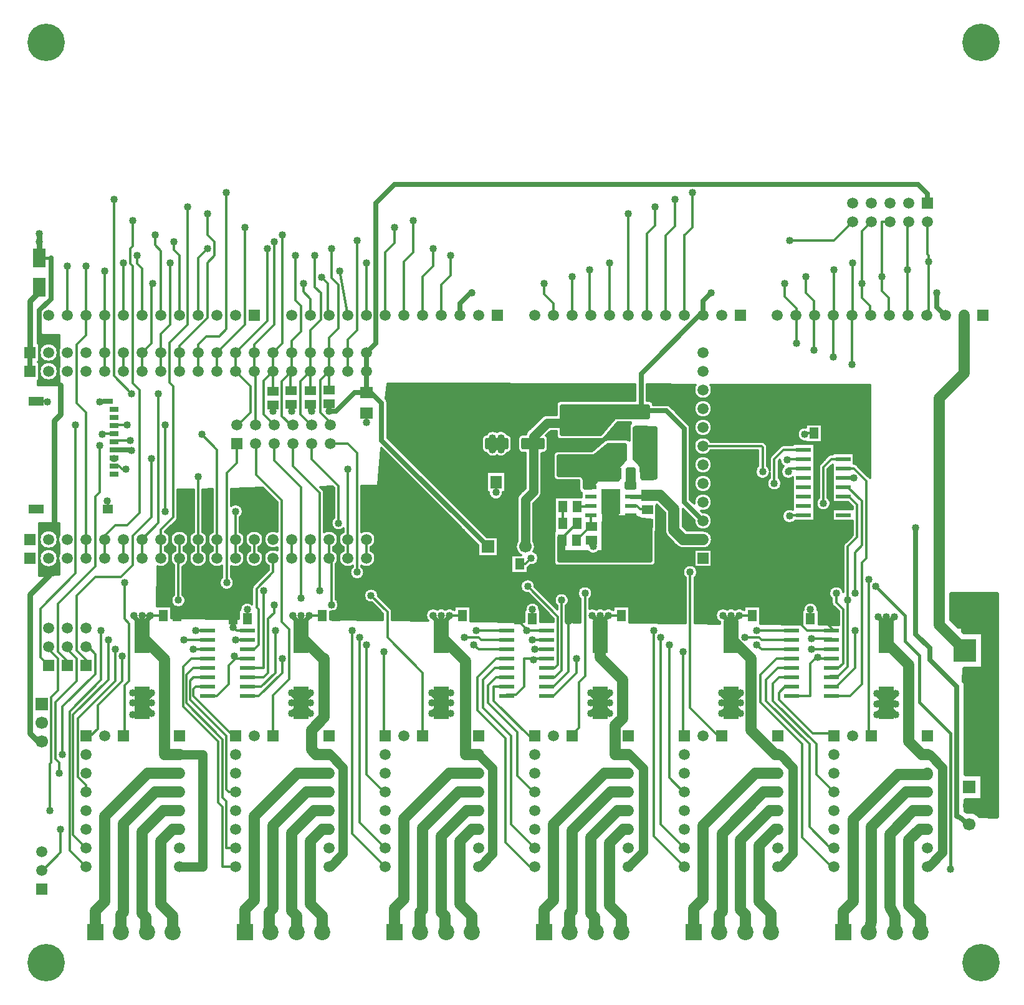
<source format=gbr>
G04 DipTrace 4.0.0.2*
G04 1 - Top.gbr*
%MOIN*%
G04 #@! TF.FileFunction,Copper,L1,Top*
G04 #@! TF.Part,Single*
%AMOUTLINE0*
4,1,28,
0.052559,-0.031496,
-0.052559,-0.031496,
-0.055005,-0.031174,
-0.057283,-0.03023,
-0.05924,-0.028729,
-0.060742,-0.026772,
-0.061686,-0.024493,
-0.062008,-0.022047,
-0.062008,0.022047,
-0.061686,0.024493,
-0.060742,0.026772,
-0.05924,0.028729,
-0.057283,0.03023,
-0.055005,0.031174,
-0.052559,0.031496,
0.052559,0.031496,
0.055005,0.031174,
0.057283,0.03023,
0.05924,0.028729,
0.060742,0.026772,
0.061686,0.024493,
0.062008,0.022047,
0.062008,-0.022047,
0.061686,-0.024493,
0.060742,-0.026772,
0.05924,-0.028729,
0.057283,-0.03023,
0.055005,-0.031174,
0.052559,-0.031496,
0*%
G04 #@! TA.AperFunction,Conductor*
%ADD14C,0.0256*%
G04 #@! TA.AperFunction,ViaPad*
%ADD15C,0.04*%
G04 #@! TA.AperFunction,Conductor*
%ADD16C,0.025591*%
G04 #@! TA.AperFunction,ViaPad*
%ADD17C,0.03*%
G04 #@! TA.AperFunction,Conductor*
%ADD18C,0.015*%
G04 #@! TA.AperFunction,CopperBalancing*
%ADD19C,0.012*%
%ADD20C,0.025*%
G04 #@! TA.AperFunction,Conductor*
%ADD21C,0.05*%
%ADD22C,0.059055*%
%ADD23C,0.06*%
G04 #@! TA.AperFunction,CopperBalancing*
%ADD24C,0.013*%
G04 #@! TA.AperFunction,Conductor*
%ADD25C,0.022*%
%ADD29R,0.070866X0.062992*%
%ADD30R,0.051181X0.059055*%
%ADD31R,0.062992X0.070866*%
%ADD32R,0.082677X0.177165*%
%ADD33R,0.066929X0.098425*%
%ADD34R,0.098425X0.066929*%
G04 #@! TA.AperFunction,ComponentPad*
%ADD35R,0.059055X0.059055*%
%ADD36C,0.059055*%
%ADD37R,0.066929X0.066929*%
%ADD38C,0.066929*%
%ADD39R,0.137795X0.09252*%
G04 #@! TA.AperFunction,ComponentPad*
%ADD40C,0.2*%
%ADD41R,0.059055X0.051181*%
%ADD42R,0.051181X0.027559*%
%ADD43R,0.07874X0.047244*%
%ADD44R,0.055118X0.047244*%
%ADD45R,0.055118X0.031496*%
G04 #@! TA.AperFunction,ComponentPad*
%ADD46R,0.12X0.12*%
%ADD47C,0.12*%
%ADD48R,0.086614X0.086614*%
%ADD49C,0.086614*%
%ADD50R,0.062992X0.024016*%
%ADD51R,0.10315X0.138189*%
%ADD52R,0.07874X0.023622*%
%ADD117OUTLINE0*%
%FSLAX26Y26*%
G04*
G70*
G90*
G75*
G01*
G04 Top*
%LPD*%
X2243700Y3693700D2*
D14*
Y3793700D1*
Y3693700D2*
Y3581200D1*
X2893700Y2756200D2*
X2324949Y3324951D1*
Y3524951D1*
X2268700Y3581200D1*
X2243700D1*
Y3793700D2*
X2293700Y3843700D1*
Y4593700D1*
X2393700Y4693700D1*
X5193700D1*
X5243700Y4643700D1*
Y4593700D1*
X893700Y3273621D2*
X982529D1*
X987451Y3268700D1*
X1743700Y3481200D2*
Y3512548D1*
X1840550Y3515747D2*
Y3484350D1*
X1843700Y3481200D1*
X1942567Y3515747D2*
Y3488582D1*
X1949949Y3481200D1*
X2043701Y3518798D2*
Y3481200D1*
X2043699D1*
X2243700Y3581200D2*
X2181200D1*
X2081200Y3481200D1*
X2043701D1*
X5293700Y4112449D2*
D16*
Y4037449D1*
X5337449Y3993700D1*
X5340106D1*
X4043705D2*
Y4068705D1*
X4087449Y4112449D1*
X2743705Y3993700D2*
Y4056205D1*
X2806200Y4118700D1*
Y4112449D1*
X4043705Y3993700D2*
X4025073D1*
X3712511Y3681138D1*
Y3483099D1*
X3848050D1*
X3943700Y3387449D1*
Y2993708D1*
X4043700Y2893708D1*
X5468700Y1268700D2*
D14*
X5481199D1*
X5462449Y1287449D1*
Y1268700D1*
X5415775Y1306099D1*
X5399949Y1312749D1*
Y2006201D1*
X5256200Y2149951D1*
Y2212449D1*
X5181200Y2287449D1*
Y2856200D1*
X493699Y4301180D2*
D17*
Y4387451D1*
X493700D1*
Y4431200D1*
X506200Y1712449D2*
X487451D1*
X443700Y1756200D1*
Y2499949D1*
X546023Y2602272D1*
D18*
X535128D1*
X3446745Y2788842D2*
D17*
Y2765655D1*
X3456200Y2756200D1*
X3356298Y3417322D2*
Y3487352D1*
X3356200Y3487451D1*
X546023Y2602272D2*
D19*
X593700Y2649949D1*
Y2856200D1*
X574949Y2874951D1*
D17*
Y3431199D1*
X606200Y3462449D1*
Y3618701D1*
D18*
X593700Y3631201D1*
Y3843700D1*
X569646Y3867754D1*
X519646D1*
D20*
X493700Y3893700D1*
Y4018700D1*
X556200Y4081200D1*
Y4301180D1*
D18*
X493699D1*
X3093700Y2756200D2*
D21*
Y3006200D1*
X3137449Y3049949D1*
Y3343699D1*
X3211073Y3417322D1*
X3356298D1*
X3290745Y2788842D2*
D19*
Y2801842D1*
X3368745Y2879842D1*
X3712511Y3372863D2*
X3758028D1*
X3772298Y3387133D1*
X3712511Y3372863D2*
X3747569D1*
X3772298Y3348133D1*
X1643700Y2693700D2*
Y2793700D1*
X2243700Y2693700D2*
Y2793700D1*
X943700Y3693700D2*
Y3793700D1*
X1243700Y1043700D2*
D21*
X1368700D1*
Y1643700D1*
X1243700D1*
X2043700Y1043700D2*
X2049951D1*
X2118700Y1112449D1*
Y1574949D1*
X2049949Y1643700D1*
X2043700D1*
X1393700Y1956200D2*
D19*
X1443700D1*
X1506200Y2018700D1*
Y2118700D1*
X1543700Y2156200D1*
X1606298D1*
X2843700Y1043700D2*
D21*
X2849951D1*
X2918700Y1112449D1*
Y1568700D1*
X2843700Y1643700D1*
X3643700Y1043700D2*
X3724949Y1124949D1*
Y1568700D1*
X3649949Y1643700D1*
X3643700D1*
X2993700Y1956200D2*
D19*
Y1962449D1*
X3043700D1*
X3087449Y2006199D1*
Y2156200D1*
X3206298D1*
X4443700Y1043700D2*
D21*
X4456200D1*
X4524949Y1112449D1*
Y1574951D1*
X4456200Y1643700D1*
X4443700D1*
X5243700Y1043700D2*
X5249951D1*
X5324949Y1118699D1*
Y1574951D1*
X5256200Y1643700D1*
X5243700D1*
X4518700Y1956200D2*
D19*
X4618700D1*
Y2131200D1*
X4643700Y2156200D1*
X4731298D1*
X5024951Y2273031D2*
D20*
X5037449D1*
Y2349949D1*
X5068700Y2381200D1*
X5024951Y2273031D2*
Y2381200D1*
Y2273031D2*
Y2337449D1*
X4981200Y2381200D1*
X4193700Y2273031D2*
Y2343701D1*
X4237449Y2387451D1*
X4193700Y2273031D2*
Y2387451D1*
Y2343701D2*
X4149951Y2387451D1*
X3493700Y2273031D2*
Y2343700D1*
X3537451Y2387451D1*
X3493700Y2273031D2*
Y2387451D1*
Y2343701D2*
X3449951Y2387451D1*
X2643700Y2273031D2*
Y2337451D1*
X2693700Y2387451D1*
X2687449D1*
X2643700Y2273031D2*
Y2387451D1*
Y2337451D2*
X2593700Y2387451D1*
X2599949D1*
X1893700Y2273031D2*
Y2337451D1*
X1943700Y2387451D1*
X1937449D1*
X1893700Y2273031D2*
Y2387451D1*
Y2337451D2*
X1843700Y2387451D1*
X1849951D1*
X1043700Y2273031D2*
Y2337451D1*
X1093700Y2387451D1*
X1087449D1*
X1043700Y2273031D2*
Y2387451D1*
Y2337451D2*
X993700Y2387451D1*
X999949D1*
X860235Y2955511D2*
D19*
Y2995914D1*
X856200Y2999949D1*
X860235Y3533464D2*
X820964D1*
X818700Y3531200D1*
X478346Y3533464D2*
X535186D1*
X537449Y3531200D1*
X1606003Y2368700D2*
Y2418503D1*
X1606200Y2418700D1*
X4618503Y2368700D2*
Y2418700D1*
X4618700D1*
X1606298Y2156200D2*
X1537449D1*
Y2168700D1*
X3206298Y2156200D2*
X3137449D1*
Y2149949D1*
X3131003Y2368700D2*
Y2418700D1*
X3131200D1*
X4656200Y2162449D2*
Y2156200D1*
X4731298D1*
X2243700Y3470964D2*
Y3418700D1*
X893700Y3360235D2*
X835235D1*
X831200Y3356200D1*
X5518701Y1762451D2*
D20*
Y1806200D1*
Y1962451D1*
X5562449D1*
Y1849951D1*
Y1893700D1*
X5518701D1*
Y1937451D1*
X5562449D1*
X5518701Y1893700D2*
Y1849951D1*
Y1999951D1*
X5562449D1*
Y1806200D1*
Y1762451D1*
X5518701D1*
X1243700Y1643700D2*
D22*
X1162449D1*
D23*
Y2154281D1*
X1043700Y2273031D1*
X2043700Y1643700D2*
D22*
X1974949D1*
D23*
X1949949Y1668700D1*
Y1774949D1*
X2018700Y1843700D1*
Y2156200D1*
X2010531D1*
X1893700Y2273031D1*
X2843700Y1643700D2*
D22*
X2774949D1*
D23*
Y2141781D1*
X2643700Y2273031D1*
X4443700Y1643700D2*
D22*
X4431200D1*
D23*
X4299949Y1774951D1*
Y2156200D1*
X4193700Y2262449D1*
Y2273031D1*
X5243700Y1643700D2*
D22*
X5212451D1*
D23*
X5143700Y1712451D1*
Y2124951D1*
X5024951Y2243700D1*
Y2273031D1*
X3643700Y1643700D2*
D22*
X3574949D1*
D23*
Y1799949D1*
X3612449Y1837449D1*
Y2043700D1*
X3493700Y2162449D1*
Y2273031D1*
X2006200Y2387451D2*
D19*
X1937449D1*
X2756200D2*
X2687449D1*
X3606200D2*
X3537451D1*
X4306200D2*
X4237449D1*
X1043700D2*
Y2387449D1*
X1156200D1*
X3062449Y2662451D2*
X3093701D1*
X3124951Y2693700D1*
X4581150Y2924949D2*
X4512449D1*
X4506200Y2918700D1*
X4793749Y3124949D2*
X4849949D1*
X4637549Y3362451D2*
X4593700D1*
X4587449Y3356200D1*
X2940993Y3306199D2*
D17*
Y3297243D1*
X2918700Y3274951D1*
X2940993Y3306199D2*
Y3296407D1*
X2962449Y3274951D1*
X2940993Y3306199D2*
Y3315158D1*
X2918700Y3337451D1*
X2962449Y3274951D2*
Y3337451D1*
X2936923Y3101608D2*
D19*
Y3046490D1*
X2935791Y3045357D1*
X743700Y1143700D2*
X674949Y1212451D1*
Y1856200D1*
X862449Y2043700D1*
Y2256200D1*
X1268700D2*
X1393700D1*
X743700Y1043700D2*
X656200Y1131200D1*
Y1874951D1*
X824949Y2043700D1*
Y2306200D1*
X1331200D2*
X1393700D1*
X2143700Y2693700D2*
Y2793700D1*
X893700Y3230314D2*
Y3228346D1*
X2143700Y3168700D2*
Y2793700D1*
X743700Y2118700D2*
Y2149951D1*
X693700Y2199951D1*
Y2493700D1*
X793700Y2593700D1*
X930314D1*
X994094Y2657480D1*
Y2814960D1*
X1092519Y2913385D1*
Y3228346D1*
X2043700Y3693700D2*
Y3793700D1*
X2051180Y3406298D2*
Y3421259D1*
X1998031Y3474409D1*
Y3648031D1*
X2043700Y3693700D1*
X2043699Y3593602D2*
Y3693700D1*
X2043700D1*
X2543705Y3993700D2*
Y4199956D1*
X2599949Y4256200D1*
Y4349949D1*
X2056200D2*
Y4193700D1*
X2093700Y4156200D1*
Y3924949D1*
X2043700Y3874949D1*
Y3793700D1*
X1743700Y1743700D2*
Y1960235D1*
X1830708Y2047243D1*
Y2312991D1*
X1791338Y2352361D1*
Y3001968D1*
X1653543Y3139763D1*
Y3303936D1*
X1651180Y3306298D1*
X1843700Y3693700D2*
Y3793700D1*
X1851180Y3406298D2*
X1839763D1*
X1791338Y3454724D1*
Y3641338D1*
X1843700Y3693700D1*
X1043705Y3993700D2*
Y4243695D1*
X1018700Y4268700D1*
Y4312449D1*
X1862449D2*
Y4074951D1*
X1893700Y4043700D1*
Y3906200D1*
X1843700Y3856200D1*
Y3793700D1*
X1840550Y3590550D2*
X1837449D1*
Y3699951D1*
X1843700Y3693700D1*
X1606298Y2206200D2*
X1643700D1*
X1668700Y2231200D1*
Y2418700D1*
X1656200Y2431200D1*
Y2531200D1*
X1743700Y2618700D1*
Y2693700D1*
X1343700D2*
Y2793700D1*
X893700Y3187007D2*
X919142D1*
X937449Y3168700D1*
X956200D1*
X1343700Y3131200D2*
Y2793700D1*
X4043700Y3293708D2*
X4356207D1*
X4362449Y3287465D1*
Y3156200D1*
X4499951D2*
Y3174949D1*
X4581150D1*
X1443700Y2693700D2*
Y2793700D1*
X893700Y3316928D2*
Y3324949D1*
X981200D1*
X1362451Y3356200D2*
X1443700Y3274951D1*
Y2793700D1*
X643700Y2118700D2*
Y2143700D1*
X593700Y2193700D1*
Y2449949D1*
X793700Y2649949D1*
Y3024949D1*
X815575Y3046825D1*
Y3296825D1*
X1143700Y3793700D2*
Y3693700D1*
Y3793700D2*
Y3893700D1*
X1193700Y3943700D1*
Y4274949D1*
X5249949Y4281200D2*
Y4312451D1*
X5243700Y4318700D1*
Y4493700D1*
X3543700Y4274949D2*
X3543705D1*
Y3993700D1*
X2243700Y4274949D2*
X2243705D1*
Y3993700D1*
X943705Y4274949D2*
Y3993700D1*
X4840106Y3731200D2*
Y3993700D1*
X4837449Y3996356D1*
X4843700Y4274949D2*
Y3990106D1*
X4840106Y3993700D1*
X5249949Y4281200D2*
Y3983856D1*
X5240106Y3993700D1*
X793700Y693700D2*
D23*
Y806200D1*
X843700Y856200D1*
Y1312449D1*
X1074951Y1543700D1*
X1243700D1*
X931495Y693700D2*
Y787745D1*
X943700Y799949D1*
Y1274949D1*
X1112451Y1443700D1*
X1243700D1*
X1069291Y693700D2*
X1062449D1*
Y774951D1*
X1043700Y793700D1*
Y1231200D1*
X1156200Y1343700D1*
X1243700D1*
X1543700Y1143700D2*
D19*
X1493700D1*
Y1393700D1*
X1474949Y1412451D1*
Y1724951D1*
X1281200Y1918700D1*
Y2068700D1*
X1318700Y2106200D1*
X1393700D1*
X1543700Y1043700D2*
X1474949D1*
Y1362451D1*
X1449949Y1387451D1*
Y1712451D1*
X1262449Y1899951D1*
Y2112449D1*
X1306200Y2156200D1*
X1393700D1*
X1443700Y3793700D2*
Y3693700D1*
X2343705Y3993700D2*
Y4331205D1*
X2393700Y4381200D1*
Y4462449D1*
X1593700D2*
Y3943700D1*
X1443700Y3793700D1*
X3143700Y1043700D2*
X3118700D1*
X2987449Y1174951D1*
Y1731200D1*
X2837449Y1881200D1*
Y2056199D1*
X2937451Y2156200D1*
X2993700D1*
X4424949Y3093708D2*
Y3224949D1*
X4474949Y3274949D1*
X4581150D1*
X1543700Y2693700D2*
Y2793700D1*
X893700Y3403543D2*
Y3406200D1*
X962451D1*
X1168700D2*
Y2943700D1*
X1543700D2*
Y2793700D1*
X543700Y2118700D2*
X499949Y2162451D1*
Y2424949D1*
X687449Y2612449D1*
Y3406200D1*
X1243700Y1243700D2*
D23*
X1206200D1*
X1143700Y1181200D1*
Y843700D1*
X1207086Y780314D1*
Y693700D1*
X1743700Y3693700D2*
D19*
Y3793700D1*
X1751180Y3406298D2*
X1692913Y3464566D1*
Y3642913D1*
X1743700Y3693700D1*
X1143705Y3993700D2*
Y4337444D1*
X1112449Y4368700D1*
Y4424949D1*
X1793700D2*
Y3843700D1*
X1743700Y3793700D1*
Y3587351D2*
Y3693700D1*
X2343700Y1143700D2*
X2206200Y1281200D1*
Y2268700D1*
X2768700D2*
X2843700D1*
X2856200Y2256200D1*
X2993700D1*
X1543700Y1443700D2*
X1506200D1*
X1493700Y1456200D1*
Y1743700D1*
X1299949Y1937451D1*
Y2037449D1*
X1318700Y2056200D1*
X1393700D1*
X2043700Y1243700D2*
D23*
X2006200D1*
X1943700Y1181200D1*
Y843700D1*
X2007086Y780314D1*
Y693700D1*
X2393700D2*
Y818700D1*
X2443700Y868700D1*
Y1299949D1*
X2687451Y1543700D1*
X2843700D1*
X2531495Y693700D2*
Y800245D1*
X2543700Y812449D1*
Y1249949D1*
X2737451Y1443700D1*
X2843700D1*
X2669291Y693700D2*
X2662449D1*
Y781201D1*
X2643700Y799951D1*
Y1206200D1*
X2781200Y1343700D1*
X2843700D1*
X1643700Y3793700D2*
D19*
Y3693700D1*
X1651180Y3406298D2*
Y3686220D1*
X1643700Y3693700D1*
X1243705Y3993700D2*
Y4312444D1*
X1212449Y4343700D1*
Y4387449D1*
X1749949D2*
Y3943699D1*
X1643700Y3837449D1*
Y3793700D1*
X1851180Y3306298D2*
Y3186220D1*
X1993700Y3043700D1*
Y2518700D1*
X3412449Y2506200D2*
Y2062449D1*
X3381200Y2031200D1*
Y1787449D1*
X3337451Y1743700D1*
X3343700D1*
X1243700Y3793700D2*
Y3693700D1*
X3643705Y3993700D2*
Y4537449D1*
X1393700D2*
Y4424951D1*
X1431200Y4387451D1*
Y4312449D1*
X1393700Y4274949D1*
Y3981200D1*
X1243700Y3831200D1*
Y3793700D1*
X3943700Y1143700D2*
X3818700Y1268700D1*
Y2268700D1*
X4268700D2*
X4343700D1*
X4356200Y2256200D1*
X4518700D1*
X2843700Y1243700D2*
D23*
X2806200D1*
X2743700Y1181200D1*
Y843700D1*
X2807086Y780314D1*
Y693700D1*
X606200Y1243700D2*
D19*
Y1118700D1*
X512449Y1024949D1*
X506200D1*
X4793700Y693700D2*
D23*
Y803780D1*
X4846357Y856438D1*
Y1296357D1*
X5087451Y1537451D1*
X5243700D1*
Y1543700D1*
X4931495Y693700D2*
X4944108Y749541D1*
Y1256608D1*
X5131200Y1443700D1*
X5243700D1*
X5069291Y693700D2*
Y778700D1*
X5042980Y826818D1*
Y1217980D1*
X5168700Y1343700D1*
X5243700D1*
X1943700Y2693700D2*
D19*
Y2793700D1*
X4493701Y3218700D2*
X4499951Y3224949D1*
X4581150D1*
X1951180Y3306298D2*
Y3223720D1*
X2093700Y3081200D1*
Y2881200D1*
X3974951Y2618700D2*
Y1893699D1*
X4124949Y1743700D1*
X4143700D1*
X2051180Y3306298D2*
X2143602D1*
X2193700Y3256200D1*
Y2618700D1*
X4931200Y2581200D2*
Y1768700D1*
X4956200Y1743700D1*
X4943700D1*
X2043700Y2693700D2*
Y2793700D1*
X1606298Y2056200D2*
X1693700D1*
X1718700Y2081200D1*
Y2368700D1*
X1749949Y2399949D1*
Y2443700D1*
X2056200D2*
Y2693700D1*
X2043700D1*
X3206298Y2056200D2*
X3249949D1*
X3287449Y2093700D1*
Y2468700D1*
X4731298Y2056200D2*
X4725049Y2062449D1*
X4768700D1*
X4818700Y2112449D1*
Y2468700D1*
X4793749Y3024949D2*
X4824951D1*
X4868700Y2981200D1*
Y2806200D1*
X4818700Y2756200D1*
Y2468700D1*
X1843700Y2693700D2*
Y2793700D1*
X4743700Y1443700D2*
X4649949Y1537451D1*
Y1699951D1*
X4418700Y1931200D1*
Y2024949D1*
X4449951Y2056200D1*
X4518700D1*
X1606298Y2306200D2*
X1549951D1*
X1531200Y2324951D1*
Y2368700D1*
X3206298Y2306200D2*
X3106200D1*
X3056200Y2356200D1*
Y2368700D1*
X4731298Y2306200D2*
X4599949D1*
X4537449Y2368700D1*
X4543700D1*
X3206298Y2306200D2*
X3099951D1*
X3324949Y2356200D2*
Y2087449D1*
X3243700Y2006200D1*
X3206298D1*
X1756200Y2306200D2*
Y2081200D1*
X1681200Y2006200D1*
X1606298D1*
X4731298Y2306200D2*
X4743699D1*
X4687449Y2362449D1*
X4856200Y2306200D2*
Y2106200D1*
X4756200Y2006200D1*
X4731298D1*
X1531200Y2368700D2*
D18*
Y2443700D1*
X1593700Y2506200D1*
Y2581200D1*
X2993700D2*
Y2756200D1*
X3056200Y2581200D2*
Y2368700D1*
X4537451Y2543700D2*
Y2368700D1*
X4543700D1*
X4968700Y2543700D2*
X5124949Y2387451D1*
Y2249949D1*
X5199949Y2174949D1*
Y1924951D1*
X5368700Y1756200D1*
Y1031200D1*
X1231003Y2387449D2*
D19*
Y2412646D1*
X1143700Y2499949D1*
X4712352Y3362451D2*
X4756200D1*
X4793749Y3324902D1*
Y3274949D1*
X943700Y2693700D2*
Y2793700D1*
X5243700Y1243700D2*
D23*
X5202787D1*
X5144997Y1185910D1*
Y835665D1*
X5207086Y773575D1*
Y693700D1*
X3993700D2*
Y818700D1*
X4043700Y868700D1*
Y1262449D1*
X4324951Y1543700D1*
X4443700D1*
X943700Y1743700D2*
D19*
X949949D1*
Y2012449D1*
X974949Y2037449D1*
Y2343700D1*
X949949Y2368700D1*
Y2562449D1*
X1496062D2*
Y3149606D1*
X1549949Y3203493D1*
Y3305067D1*
X1551180Y3306298D1*
X4131495Y693700D2*
D23*
Y786861D1*
X4146621Y801987D1*
Y1221621D1*
X4368700Y1443700D1*
X4443700D1*
X1143700Y2693700D2*
D19*
Y2793700D1*
X3743705Y3993700D2*
Y4431205D1*
X3787449Y4474949D1*
Y4574949D1*
X1287449D2*
Y3943699D1*
X1190944Y3847193D1*
Y3633956D1*
X1210629Y3614271D1*
Y2913385D1*
X1143700Y2846456D1*
Y2793700D1*
X3943700Y1043700D2*
X3781200Y1206200D1*
Y2306200D1*
X4331200D2*
X4518700D1*
X4269291Y693700D2*
D23*
Y786860D1*
X4243700Y812451D1*
Y1187449D1*
X4399951Y1343700D1*
X4443700D1*
X4687449Y2987449D2*
D19*
Y3181199D1*
X4731200Y3224949D1*
X4793749D1*
X1943700Y3693700D2*
Y3793700D1*
X1951180Y3406298D2*
X1948031D1*
X1889763Y3464566D1*
Y3639763D1*
X1943700Y3693700D1*
X1942567Y3590550D2*
Y3692567D1*
X1943700Y3693700D1*
X2643705Y3993700D2*
Y4156205D1*
X2693700Y4206200D1*
Y4312449D1*
X1968700D2*
Y4143700D1*
X1999949Y4112451D1*
Y3968699D1*
X1943700Y3912449D1*
Y3793700D1*
X1543700D2*
Y3693700D1*
X1551180Y3406298D2*
X1555905D1*
X1624015Y3474409D1*
Y3613385D1*
X1543700Y3693700D1*
X1343705Y3993700D2*
Y4299955D1*
X1393700Y4349949D1*
X1712449D2*
Y3962449D1*
X1543700Y3793700D1*
X2543700Y1743700D2*
Y2081200D1*
X2356200Y2268700D1*
Y2406200D1*
X2268700Y2493700D1*
X1893700Y2481200D2*
Y3074949D1*
X1751180Y3217469D1*
Y3306298D1*
X3656388Y2972894D2*
X3691692D1*
X3706745Y2957842D1*
X3742548D1*
X3745745Y2954645D1*
X843700Y3693700D2*
Y3793700D1*
X843714Y3993700D2*
Y3793714D1*
X843700Y3793700D1*
X843714Y3993700D2*
Y4231200D1*
X5137449Y4237449D2*
Y3996356D1*
X5140106Y3993700D1*
X4740115Y3768700D2*
Y3993700D1*
X4737449Y3996365D1*
X2099949Y4231200D2*
X2143714Y3993700D1*
X4743700Y4237449D2*
Y3990115D1*
X4740115Y3993700D1*
X3437449Y4237449D2*
Y3999965D1*
X3443714Y3993700D1*
X5137449Y4237449D2*
Y4487449D1*
X5143700Y4493700D1*
X843700Y2693700D2*
Y2793700D1*
Y2812451D1*
X899949Y2868700D1*
X962451D1*
X1031200Y2937449D1*
Y3593700D1*
X993699Y3631201D1*
Y4256201D1*
X981200Y4268700D1*
Y4349949D1*
X993699Y4362448D1*
Y4499949D1*
X2493700D2*
Y4331200D1*
X2443705Y4281205D1*
Y3993700D1*
X1043700Y2693700D2*
Y2793700D1*
X3843705Y3993700D2*
Y4418705D1*
X3893700Y4468700D1*
Y4612621D1*
X893700D2*
Y3668699D1*
X987449Y3574949D1*
X1131889D2*
Y2883857D1*
X1042716Y2794684D1*
X1043700Y2793700D1*
X4743700Y1143700D2*
X4724951D1*
X4612449Y1256201D1*
Y1699951D1*
X4381200Y1931200D1*
Y2043700D1*
X4443700Y2106200D1*
X4518700D1*
X4743700Y1043700D2*
X4731200D1*
X4574949Y1199951D1*
Y1699951D1*
X4349949Y1924951D1*
Y2068699D1*
X4437451Y2156200D1*
X4518700D1*
X4443700Y1243700D2*
D23*
X4431200D1*
X4343700Y1156200D1*
Y856200D1*
X4407086Y792814D1*
Y693700D1*
X3193700D2*
Y812451D1*
X3243700Y862451D1*
Y1268700D1*
X3518700Y1543700D1*
X3643700D1*
X3143700Y1143700D2*
D19*
X3018700Y1268700D1*
Y1743700D1*
X2868700Y1893700D1*
Y2043700D1*
X2931200Y2106200D1*
X2993700D1*
X3368745Y2970842D2*
X3441737D1*
X3443789Y2972894D1*
X2343700Y1043700D2*
X2168700Y1218700D1*
Y2306200D1*
X2831200D2*
X2993700D1*
X3293941Y2879842D2*
Y2970842D1*
X3443789Y2922894D2*
Y2866600D1*
X3446745Y2863645D1*
X3440351D1*
X3365548Y2788842D1*
X3331495Y693700D2*
D23*
Y793995D1*
X3343700Y806200D1*
Y1237449D1*
X3549951Y1443700D1*
X3643700D1*
X3469291Y693700D2*
X3462449D1*
Y774951D1*
X3443700Y793700D1*
Y1199949D1*
X3587451Y1343700D1*
X3643700D1*
X743700Y2693700D2*
D19*
Y2793700D1*
Y3474949D1*
X693700Y3524949D1*
Y3837451D1*
X743700Y3887451D1*
Y4256200D1*
X4999949Y4199949D2*
Y4493700D1*
X5043700D1*
X3343714Y3993700D2*
X3343700Y4199949D1*
X2004574Y4197086D2*
X2002813D1*
X2037449Y4162449D1*
Y3999965D1*
X2043714Y3993700D1*
X4637449Y3806200D2*
Y3993700D1*
X4640115D1*
X4593700Y4199949D2*
Y4112449D1*
X4637449Y4068700D1*
Y3993700D1*
X4999949Y4199949D2*
Y4124951D1*
X5037449Y4087451D1*
Y3993700D1*
X5040106D1*
X743700Y1743700D2*
X768700D1*
X806200Y1781200D1*
Y1906200D1*
X937449Y2037449D1*
Y2168700D1*
X1543700Y2256200D2*
X1606298D1*
X3643700Y1243700D2*
D23*
X3618700D1*
X3543700Y1168700D1*
Y837451D1*
X3607086Y774065D1*
Y693700D1*
X1606298Y1956200D2*
D19*
X1668700D1*
X1793700Y2081200D1*
Y2156200D1*
X3143700Y2206200D2*
X3206298D1*
X1043700Y3693700D2*
Y3793700D1*
X643714Y3993700D2*
Y4256200D1*
X4481200Y4162449D2*
Y4093700D1*
X4543700Y4031200D1*
Y3990115D1*
X4540115Y3993700D1*
X4543700Y3843700D2*
Y3997285D1*
X4540115Y3993700D1*
X3243714D2*
Y4056186D1*
X3193700Y4106200D1*
Y4162449D1*
X1101495D2*
X1093700D1*
Y3843700D1*
X1043700Y3793700D1*
X1906200Y4162449D2*
Y4118700D1*
X1943714Y4081186D1*
Y3993700D1*
X4893700Y4162449D2*
Y4087451D1*
X4937449Y4043701D1*
Y3996356D1*
X4940106Y3993700D1*
X4893700Y4162449D2*
Y4443700D1*
X4943700Y4493700D1*
X1593700Y693700D2*
D23*
Y812451D1*
X1643700Y862451D1*
Y1312449D1*
X1874951Y1543700D1*
X2043700D1*
X1731495Y693700D2*
X1724949D1*
Y799949D1*
X1743700Y818700D1*
Y1262449D1*
X1924951Y1443700D1*
X2043700D1*
X1869291Y693700D2*
Y780609D1*
X1843700Y806200D1*
Y1224949D1*
X1962451Y1343700D1*
X2043700D1*
X2143700Y3693700D2*
D19*
Y3793700D1*
Y3862449D1*
X2193700Y3912449D1*
Y4393700D1*
X4506200D2*
X4743700D1*
X4843700Y4493700D1*
X3206298Y1956200D2*
X3243700D1*
X3368700Y2081200D1*
Y2156200D1*
X4624951Y2206200D2*
X4731298D1*
X1343700Y3693700D2*
Y3793700D1*
Y3837449D1*
X1387451Y3881200D1*
X1456200D1*
X1493700Y3918700D1*
Y4649949D1*
X3987449D2*
Y4462449D1*
X3947642Y4422642D1*
X3943705D1*
Y3993700D1*
X1243700Y2693700D2*
Y2793700D1*
X1606298Y2106200D2*
X1693700D1*
Y2518700D1*
X1237451Y2468700D2*
Y2693700D1*
X1243700D1*
X4731298Y2106200D2*
X4768700D1*
X4793700Y2131200D1*
Y2418700D1*
X4756200Y2456200D1*
Y2506200D1*
X3206298Y2106200D2*
X3249951D1*
X3268700Y2124949D1*
Y2381200D1*
X3106200Y2543700D1*
X4793749Y3074949D2*
X4818701D1*
X4893700Y2999951D1*
Y2762449D1*
X4856200Y2724949D1*
Y2506200D1*
X4731298Y1956200D2*
X4831200D1*
X4893700Y2018700D1*
Y2668700D1*
X4918700Y2693700D1*
Y3106200D1*
X4849951Y3174949D1*
X4793749D1*
X2343700Y1443700D2*
X2337451D1*
X2243700Y1537451D1*
Y2231200D1*
X2818700D2*
X2843700Y2206200D1*
X2993700D1*
X743700Y1443700D2*
Y1481200D1*
X699949Y1524951D1*
Y1837449D1*
X899949Y2037449D1*
Y2206200D1*
X1318700D2*
X1393700D1*
X1543700Y1743700D2*
X1531200D1*
X1318700Y1956200D1*
Y1993700D1*
X1331200Y2006200D1*
X1393700D1*
X2343700Y1743700D2*
X2337449D1*
Y2193700D1*
X3131200Y2256200D2*
X3206298D1*
X3143700Y1443700D2*
X3137449D1*
X3049949Y1531200D1*
Y1762451D1*
X2893700Y1918700D1*
Y2012449D1*
X2937451Y2056200D1*
X2993700D1*
X3943700Y1743700D2*
X3937449D1*
Y2193700D1*
X4624951Y2262449D2*
X4731298D1*
Y2256200D1*
X3143700Y1743700D2*
X3112449D1*
X2924949Y1931200D1*
Y2006200D1*
X2993700D1*
X3943700Y1443700D2*
X3937449D1*
X3862449Y1518700D1*
Y2231200D1*
X4331200D2*
X4356200Y2206200D1*
X4518700D1*
X4743700Y1743700D2*
Y1756200D1*
X4631200D1*
X4449949Y1937451D1*
Y1974949D1*
X4481200Y2006200D1*
X4518700D1*
X743700Y2218700D2*
X756200D1*
X793700Y2181200D1*
Y2074949D1*
X618700Y1899949D1*
Y1643700D1*
X543700Y2218700D2*
Y2206200D1*
X593700Y2156200D1*
Y1987449D1*
X556200Y1949949D1*
Y1599951D1*
X549949Y1593700D1*
Y1343700D1*
X643700Y2218700D2*
Y2206200D1*
X693700Y2156200D1*
Y2037449D1*
X581200Y1924949D1*
Y1618700D1*
X599949Y1599951D1*
Y1543700D1*
X443700Y3693700D2*
D20*
Y3793700D1*
D17*
Y4068700D1*
X493701Y4118701D1*
Y4143700D1*
X5440106Y3993700D2*
D23*
Y3683855D1*
X5306200Y3549949D1*
Y2337448D1*
X5443699Y2199949D1*
X4043700Y2793708D2*
X3937441D1*
X3887449Y2843700D1*
Y2956200D1*
X3814044Y3029606D1*
X3745745D1*
X5024951Y1918700D2*
D17*
X4974949Y1968700D1*
X5024951Y1918700D2*
X5074951Y1968700D1*
X5024951Y1918700D2*
X5068701D1*
X5074951Y1912451D1*
X5024951Y1918700D2*
Y1906201D1*
X5074951Y1856201D1*
X5024951Y1906203D2*
X4974949Y1856201D1*
X5024951Y1918700D2*
X4981199D1*
X4974949Y1912451D1*
X4193700Y1918700D2*
Y1924949D1*
X4243700Y1974949D1*
X4193700Y1918700D2*
X4243700D1*
X4193700D2*
Y1912451D1*
X4243700Y1862451D1*
X4193700Y1912451D2*
X4143700Y1862451D1*
X4193700Y1918700D2*
X4143700D1*
X4193700D2*
X4143700Y1968700D1*
Y1974949D1*
X3493700Y1918700D2*
Y1924949D1*
X3543700Y1974949D1*
X3493700Y1918700D2*
X3543700D1*
X3493700D2*
Y1912451D1*
X3543700Y1862451D1*
X3493700Y1912451D2*
X3443700Y1862451D1*
X3493700Y1918700D2*
X3443700D1*
X3493700Y1924949D2*
X3443700Y1974949D1*
X2643700Y1918700D2*
Y1974949D1*
X2693700D1*
X2643700Y1918700D2*
X2693700D1*
X2643700D2*
Y1862451D1*
X2693700D1*
X2643700Y1918700D2*
Y1912451D1*
X2593700Y1862451D1*
X2643700Y1918700D2*
X2593700D1*
X2643700D2*
Y1924949D1*
X2593700Y1974949D1*
X1893700Y1918700D2*
Y1924949D1*
X1843700Y1974949D1*
X1893700Y1918700D2*
X1843700D1*
X1893700D2*
Y1912451D1*
X1843700Y1862451D1*
X1893700Y1912451D2*
X1943700Y1862451D1*
X1893700Y1918700D2*
X1943700D1*
X1893700Y1924949D2*
X1943700Y1974949D1*
X1043700Y1918700D2*
Y1974949D1*
X993700D1*
X1043700Y1918700D2*
X993700D1*
X1043700D2*
Y1856200D1*
X993700D1*
X1043700Y1918700D2*
Y1912451D1*
X1093700Y1862451D1*
X1043700Y1918700D2*
X1093700D1*
X1043700D2*
Y1924949D1*
X1093700Y1974949D1*
X3656388Y3022894D2*
D25*
X3739033D1*
X3745745Y3029606D1*
D15*
X987451Y3268700D3*
X1743700Y3481200D3*
X5293700Y4112449D3*
X4087449D3*
X2806200D3*
X5181200Y2856200D3*
X862449Y2256200D3*
X1268700D3*
X824949Y2306200D3*
X1331200D3*
X893700Y3228346D3*
X2143700Y3168700D3*
X1092519Y3228346D3*
X2599949Y4349949D3*
X2056200D3*
X1018700Y4312449D3*
X1862449D3*
X956200Y3168700D3*
X1343700Y3131200D3*
X4362449Y3156200D3*
X4499951D3*
X981200Y3324949D3*
X1362451Y3356200D3*
X815575Y3296825D3*
X981200Y3324949D3*
X1193700Y4274949D3*
X5249949Y4281200D3*
X3543700Y4274949D3*
X2243700D3*
X943705D3*
X1193700D3*
X4840106Y3731200D3*
X4843700Y4274949D3*
X5249949Y4281200D3*
X2393700Y4462449D3*
X1593700D3*
X4424949Y3093708D3*
X962451Y3406200D3*
X1168700D3*
Y2943700D3*
X1543700D3*
X687449Y3406200D3*
X962451D3*
X1112449Y4424949D3*
X1793700D3*
X2206200Y2268700D3*
X2768700D3*
X1212449Y4387449D3*
X1749949D3*
X1993700Y2518700D3*
X3412449Y2506200D3*
X3643705Y4537449D3*
X1393700D3*
X3818700Y2268700D3*
X4268700D3*
X606200Y1243700D3*
X4493701Y3218700D3*
X2093700Y2881200D3*
X3974951Y2618700D3*
X2193700D3*
X4931200Y2581200D3*
X1749949Y2443700D3*
X2056200D3*
X3287449Y2468700D3*
X4818700D3*
X3287449D3*
X3099951Y2306200D3*
X3324949Y2356200D3*
X1531200Y2324949D3*
X1756200Y2306200D3*
X4687449Y2362449D3*
X4856200Y2306200D3*
X1593700Y2581200D3*
X2993700D3*
X3056200D3*
X4537451Y2543700D3*
X4968700D3*
X5368700Y1031200D3*
X949949Y2562449D3*
X1496062D3*
X3787449Y4574949D3*
X1287449D3*
X3781200Y2306200D3*
X4331200D3*
X4687449Y2987449D3*
X2693700Y4312449D3*
X1968700D3*
X1393700Y4349949D3*
X1712449D3*
X2268700Y2493700D3*
X1893700Y2481200D3*
X843714Y4231200D3*
X5137449Y4237449D3*
X4740115Y3768700D3*
X2099949Y4231200D3*
X4743700Y4237449D3*
X3437449D3*
X5137449D3*
X993699Y4499949D3*
X2493700D3*
X3893700Y4612621D3*
X893700D3*
X987449Y3574949D3*
X1131889D3*
X2168700Y2306200D3*
X2831200D3*
X743700Y4256200D3*
X4999949Y4199949D3*
X3343700D3*
X2004574Y4197086D3*
X4637449Y3806200D3*
X4593700Y4199949D3*
X4999949D3*
X937449Y2168700D3*
X1543700Y2256200D3*
X1793700Y2156200D3*
X3143700Y2206200D3*
X643714Y4256200D3*
X4481200Y4162449D3*
X4543700Y3843700D3*
X3193700Y4162449D3*
X1101495D3*
X1906200D3*
X4893700D3*
D3*
X2193700Y4393700D3*
X4506200D3*
X3368700Y2156200D3*
X4624951Y2206200D3*
X1493700Y4649949D3*
X3987449D3*
X1693700Y2518700D3*
X1237451Y2468700D3*
X4756200Y2506200D3*
X1693700Y2518700D3*
X3106200Y2543700D3*
X4856200Y2506200D3*
X4756200D3*
X2243700Y2231200D3*
X2818700D3*
X899949Y2206200D3*
X1318700D3*
X2337449Y2193700D3*
X3131200Y2256200D3*
X3937449Y2193700D3*
X4624951Y2262449D3*
X3862449Y2231200D3*
X4331200D3*
X618700Y1643700D3*
X549949Y1343700D3*
X599949Y1543700D3*
X493700Y4387451D3*
Y4431200D3*
X1843700Y3481200D3*
X1949949D3*
D17*
X3524745Y3035842D3*
X3550745D3*
D15*
X2043699Y3481200D3*
X3456200Y2756200D3*
X3356200Y3487451D3*
X993700Y1918700D3*
Y1974949D3*
Y1856200D3*
X1093700Y1974949D3*
Y1918700D3*
Y1862451D3*
X1843700Y1918700D3*
Y1974949D3*
Y1862451D3*
X1943700Y1974949D3*
Y1918700D3*
D17*
X3576745Y3035842D3*
X3524745Y2996842D3*
X3550745D3*
X3576745D3*
X3524745Y2957842D3*
X3550745D3*
X3576745D3*
X3772298Y3387133D3*
Y3348133D3*
D15*
X1943700Y1862451D3*
X2593700Y1918700D3*
Y1974949D3*
Y1862451D3*
X2693700Y1974949D3*
Y1918700D3*
Y1862451D3*
X3443700Y1918700D3*
Y1974949D3*
X1043700Y2387451D3*
X999949D3*
X1087449D3*
X1849951D3*
X1893700D3*
X1937449D3*
X2599949D3*
X2643700D3*
X2687449D3*
X3449951D3*
X3493700D3*
X3537451D3*
X3443700Y1862451D3*
X3543700Y1974949D3*
Y1918700D3*
Y1862451D3*
X4143700Y1918700D3*
Y1974949D3*
Y1862451D3*
X4243700Y1974949D3*
Y1918700D3*
Y1862451D3*
X4974949Y1912451D3*
Y1968700D3*
X4149951Y2387451D3*
X4193700D3*
X4237449D3*
X4981200Y2381200D3*
X5024951D3*
X5068700D3*
X4974949Y1856201D3*
X5074951Y1968700D3*
Y1912451D3*
Y1856201D3*
X4506200Y2918700D3*
X4849949Y3124949D3*
X4587449Y3356200D3*
X2918700Y3337451D3*
X2962449D3*
X2918700Y3274951D3*
X2962449D3*
X2935791Y3045357D3*
X537449Y3531200D3*
X818700D3*
X856200Y2999949D3*
X1606200Y2418700D3*
X4656200Y2162449D3*
X4618700Y2418700D3*
X1537449Y2168700D3*
X3137449Y2149949D3*
X3131200Y2418700D3*
X2243700Y3418700D3*
X831200Y3356200D3*
X5562449Y1937451D3*
X5518701D3*
X5562449Y1893700D3*
Y1849951D3*
X5518701Y1806200D3*
Y1762451D3*
Y1893700D3*
Y1849951D3*
X5562449Y1806200D3*
Y1762451D3*
X3124951Y2693700D3*
X1143700Y2499949D3*
X3293317Y3479764D2*
D20*
X3744297D1*
X3293317Y3454896D2*
X3744297D1*
X3293317Y3430027D2*
X3550629D1*
X3293317Y3405158D2*
X3529422D1*
X3293317Y3380289D2*
X3508251D1*
X3290798Y3504623D2*
Y3360583D1*
X3493758Y3360372D1*
X3569170Y3448629D1*
X3571611Y3450264D1*
X3574367Y3451284D1*
X3577288Y3451633D1*
X3746764D1*
X3746798Y3504611D1*
X3290767Y3504633D1*
X3508455Y3273001D2*
X3622519D1*
X3478636Y3248132D2*
X3622519D1*
X3277577Y3223263D2*
X3622519D1*
X3277577Y3198394D2*
X3599123D1*
X3277577Y3173525D2*
X3585020D1*
X3277577Y3148657D2*
X3585020D1*
X3413075Y3123788D2*
X3585020D1*
X3415049Y3098919D2*
X3459676D1*
X3415049Y3074050D2*
X3441914D1*
X3456254Y3235376D2*
X3275058D1*
Y3141611D1*
X3389501Y3141485D1*
X3392329Y3140687D1*
X3394893Y3139251D1*
X3402633Y3131728D1*
X3410157Y3123987D1*
X3411592Y3121423D1*
X3412390Y3118595D1*
X3412544Y3107266D1*
Y3072924D1*
X3443579Y3072896D1*
X3472376Y3112909D1*
X3474669Y3114746D1*
X3477327Y3115998D1*
X3480204Y3116594D1*
X3587511Y3116641D1*
X3587676Y3181088D1*
X3588474Y3183917D1*
X3589910Y3186481D1*
X3597434Y3194221D1*
X3624999Y3221788D1*
X3625019Y3297880D1*
X3535788Y3297869D1*
X3462690Y3237140D1*
X3460006Y3235941D1*
X3457113Y3235403D1*
X3683388Y3362764D2*
X3783313D1*
X3683460Y3337896D2*
X3783313D1*
X3683532Y3313027D2*
X3783313D1*
X3683603Y3288158D2*
X3783313D1*
X3683675Y3263289D2*
X3783313D1*
X3683710Y3238420D2*
X3783313D1*
X3695733Y3213552D2*
X3783313D1*
X3717048Y3188683D2*
X3783313D1*
X3721497Y3163814D2*
X3783313D1*
X3721892Y3138945D2*
X3783313D1*
X3702376Y3202869D2*
X3710638D1*
Y3193217D1*
X3716814Y3185834D1*
X3718087Y3183184D1*
X3718707Y3180313D1*
X3719602Y3126609D1*
X3785763Y3126633D1*
X3785798Y3387645D1*
X3680822Y3387633D1*
X3681254Y3227493D1*
X3702371Y3202880D1*
X3520582Y3023027D2*
X3578773D1*
X3520079Y2998158D2*
X3578773D1*
X3519612Y2973289D2*
X3578773D1*
X3519146Y2948420D2*
X3578773D1*
X3518644Y2923552D2*
X3578773D1*
X3518178Y2898683D2*
X3705516D1*
X3517710Y2873814D2*
X3756759D1*
X3517208Y2848945D2*
X3756759D1*
X3516742Y2824077D2*
X3756759D1*
X3279763Y2799208D2*
X3291289D1*
X3516275D2*
X3756759D1*
X3279763Y2774339D2*
X3291289D1*
X3515773D2*
X3756759D1*
X3279763Y2749470D2*
X3291289D1*
X3515306D2*
X3756759D1*
X3279763Y2724602D2*
X3291289D1*
X3514840D2*
X3756759D1*
X3279763Y2699733D2*
X3756759D1*
X3684548Y2910410D2*
X3591818Y2910564D1*
X3588990Y2911361D1*
X3586426Y2912797D1*
X3584268Y2914792D1*
X3582636Y2917235D1*
X3581619Y2919991D1*
X3581273Y2922910D1*
Y3047876D1*
X3518531Y3047896D1*
X3512380Y2733474D1*
X3511582Y2730646D1*
X3510146Y2728082D1*
X3508151Y2725924D1*
X3505708Y2724292D1*
X3502952Y2723275D1*
X3500033Y2722930D1*
X3488651Y2722923D1*
X3483532Y2718581D1*
X3477310Y2714768D1*
X3470569Y2711976D1*
X3463474Y2710272D1*
X3456200Y2709700D1*
X3448926Y2710272D1*
X3441831Y2711976D1*
X3435090Y2714768D1*
X3428868Y2718581D1*
X3423749Y2722923D1*
X3304348Y2723083D1*
X3301520Y2723881D1*
X3298956Y2725317D1*
X3296798Y2727312D1*
X3295166Y2729755D1*
X3294149Y2732511D1*
X3293804Y2735430D1*
Y2803588D1*
X3277234Y2802880D1*
X3277245Y2684364D1*
X3759275Y2684342D1*
X3759245Y2894245D1*
X3709686Y2898235D1*
X3706920Y2899231D1*
X3700256Y2902554D1*
X3689717D1*
Y2907829D1*
X3700254Y2902565D1*
X3646281Y3141764D2*
X3666258D1*
X3646281Y3116896D2*
X3666258D1*
X3640039Y3092027D2*
X3672502D1*
X3637520Y3092729D2*
Y3072907D1*
X3674995Y3072896D1*
X3675014Y3092700D1*
X3671151Y3096793D1*
X3669716Y3099357D1*
X3668918Y3102186D1*
X3668764Y3116644D1*
Y3166615D1*
X3643758Y3166633D1*
X3643616Y3102186D1*
X3642818Y3099357D1*
X3641382Y3096793D1*
X3640106Y3095300D1*
X5377196Y2475130D2*
X5609965D1*
X5377196Y2450262D2*
X5609965D1*
X5377196Y2425393D2*
X5609965D1*
X5377196Y2400524D2*
X5609965D1*
X5377196Y2375655D2*
X5609965D1*
X5392231Y2350787D2*
X5609965D1*
X5439886Y2325918D2*
X5609965D1*
X5441968Y2301049D2*
X5609965D1*
X5544704Y2276180D2*
X5609965D1*
X5544704Y2251312D2*
X5609965D1*
X5544704Y2226443D2*
X5609965D1*
X5544704Y2201574D2*
X5609965D1*
X5544704Y2176705D2*
X5609965D1*
X5544704Y2151836D2*
X5609965D1*
X5544704Y2126968D2*
X5609965D1*
X5544704Y2102099D2*
X5609965D1*
X5444981Y2077230D2*
X5609965D1*
X5444407Y2052361D2*
X5609965D1*
X5449108Y2027493D2*
X5609965D1*
X5453737Y2002624D2*
X5609965D1*
X5453737Y1977755D2*
X5609965D1*
X5453737Y1952886D2*
X5609965D1*
X5453737Y1928018D2*
X5609965D1*
X5453737Y1903149D2*
X5609965D1*
X5453737Y1878280D2*
X5609965D1*
X5453737Y1853411D2*
X5609965D1*
X5453737Y1828543D2*
X5609965D1*
X5453737Y1803674D2*
X5609965D1*
X5453737Y1778805D2*
X5609965D1*
X5453737Y1753936D2*
X5609965D1*
X5453737Y1729067D2*
X5609965D1*
X5453737Y1704199D2*
X5609965D1*
X5453737Y1679330D2*
X5609965D1*
X5453737Y1654461D2*
X5609965D1*
X5453737Y1629592D2*
X5609965D1*
X5453737Y1604724D2*
X5609965D1*
X5453737Y1579855D2*
X5609965D1*
X5453737Y1554986D2*
X5609965D1*
X5543161Y1530117D2*
X5609965D1*
X5543161Y1505249D2*
X5609965D1*
X5543161Y1480380D2*
X5609965D1*
X5543161Y1455511D2*
X5609965D1*
X5543161Y1430642D2*
X5609965D1*
X5543161Y1405773D2*
X5609965D1*
X5453737Y1380905D2*
X5609965D1*
X5453737Y1356036D2*
X5609965D1*
X5506918Y1331167D2*
X5609965D1*
X5451243Y1540665D2*
X5540665D1*
Y1396735D1*
X5451277D1*
X5451250Y1343447D1*
X5456067Y1339550D1*
X5463054Y1340443D1*
X5474346D1*
X5485499Y1338676D1*
X5496239Y1335187D1*
X5506301Y1330060D1*
X5515438Y1323422D1*
X5523407Y1315453D1*
X5612456Y1312822D1*
X5612449Y2499952D1*
X5374665Y2499985D1*
X5374700Y2365808D1*
X5409326Y2331196D1*
X5426776Y2331066D1*
X5429613Y2330297D1*
X5432191Y2328889D1*
X5434369Y2326917D1*
X5436028Y2324490D1*
X5437073Y2321745D1*
X5437449Y2318830D1*
X5437615Y2302894D1*
X5442058Y2298464D1*
X5542199Y2298449D1*
Y2101449D1*
X5443050D1*
X5441544Y2036259D1*
X5445658Y2029491D1*
X5448738Y2022054D1*
X5450617Y2014226D1*
X5451249Y2006186D1*
X5451250Y1540666D1*
X2355537Y3613331D2*
D19*
X3680027D1*
X3744982D2*
X3998683D1*
X4088717D2*
X4936489D1*
X2354435Y3601462D2*
X3680027D1*
X3744982D2*
X3995121D1*
X4092279D2*
X4936489D1*
X2353357Y3589594D2*
X3680027D1*
X3744982D2*
X3994676D1*
X4092724D2*
X4936489D1*
X2352255Y3577725D2*
X3680027D1*
X3744982D2*
X3997230D1*
X4090170D2*
X4936489D1*
X2351178Y3565856D2*
X3680027D1*
X3744982D2*
X4003394D1*
X4084006D2*
X4936489D1*
X2350075Y3553987D2*
X3680027D1*
X3744982D2*
X4015512D1*
X4071888D2*
X4936489D1*
X2352302Y3542119D2*
X3680027D1*
X3744982D2*
X4936489D1*
X2356966Y3530250D2*
X3264082D1*
X3773506D2*
X4011386D1*
X4076014D2*
X4936489D1*
X2357435Y3518381D2*
X3258669D1*
X3778943D2*
X4001333D1*
X4086067D2*
X4936489D1*
X2357435Y3506512D2*
X3258621D1*
X3869974D2*
X3996222D1*
X4091178D2*
X4936489D1*
X2357435Y3494644D2*
X3258621D1*
X3881927D2*
X3994512D1*
X4092888D2*
X4936489D1*
X2357435Y3482775D2*
X3258621D1*
X3893810D2*
X3995754D1*
X4091646D2*
X4936489D1*
X2357435Y3470906D2*
X3258621D1*
X3905670D2*
X4000254D1*
X4087146D2*
X4936489D1*
X2357435Y3459037D2*
X3197613D1*
X3917552D2*
X4009277D1*
X4078123D2*
X4936489D1*
X2357435Y3447169D2*
X3178230D1*
X3929411D2*
X4030676D1*
X4056724D2*
X4936489D1*
X2357435Y3435300D2*
X3166371D1*
X3941271D2*
X4018535D1*
X4068865D2*
X4936489D1*
X2357435Y3423431D2*
X3154489D1*
X3953154D2*
X4004801D1*
X4082599D2*
X4936489D1*
X2357435Y3411562D2*
X3142629D1*
X3579279D2*
X3652582D1*
X3965014D2*
X3997934D1*
X4089466D2*
X4936489D1*
X2357435Y3399693D2*
X3130746D1*
X3569178D2*
X3648621D1*
X3973686D2*
X3994863D1*
X4092537D2*
X4592285D1*
X4682810D2*
X4936489D1*
X2357435Y3387825D2*
X3118886D1*
X3559052D2*
X3648645D1*
X3976170D2*
X3994863D1*
X4092537D2*
X4564325D1*
X4682810D2*
X4936489D1*
X2357435Y3375956D2*
X3107027D1*
X3548951D2*
X3648691D1*
X3976170D2*
X3997886D1*
X4089514D2*
X4553238D1*
X4682810D2*
X4936489D1*
X2357435Y3364087D2*
X2889738D1*
X2991419D2*
X3097840D1*
X3220522D2*
X3258621D1*
X3538826D2*
X3648714D1*
X3976170D2*
X4004730D1*
X4082670D2*
X4548598D1*
X4682810D2*
X4936489D1*
X2357435Y3352218D2*
X2872910D1*
X3009091D2*
X3065825D1*
X3208662D2*
X3258621D1*
X3528724D2*
X3648738D1*
X3976170D2*
X4018348D1*
X4069052D2*
X4547965D1*
X4682810D2*
X4936489D1*
X2357435Y3340350D2*
X2862058D1*
X3019919D2*
X3054973D1*
X3212834D2*
X3260333D1*
X3518599D2*
X3648785D1*
X3976170D2*
X4031121D1*
X4056279D2*
X4551176D1*
X4682810D2*
X4936489D1*
X2366857Y3328481D2*
X2859317D1*
X3022686D2*
X3052230D1*
X3215599D2*
X3526418D1*
X3642396D2*
X3648813D1*
X3976170D2*
X4009394D1*
X4078006D2*
X4559566D1*
X4682810D2*
X4936489D1*
X2378717Y3316612D2*
X2859293D1*
X3022686D2*
X3052207D1*
X3215599D2*
X3508699D1*
X3976170D2*
X4000301D1*
X4366052D2*
X4592285D1*
X4682810D2*
X4936489D1*
X2390599Y3304743D2*
X2859293D1*
X3022686D2*
X3052207D1*
X3215599D2*
X3494473D1*
X3976170D2*
X3995777D1*
X4380982D2*
X4522090D1*
X4640201D2*
X4936489D1*
X2402459Y3292875D2*
X2859293D1*
X3022686D2*
X3052207D1*
X3215599D2*
X3480222D1*
X3976170D2*
X3994489D1*
X4387522D2*
X4457074D1*
X4640201D2*
X4936489D1*
X2414342Y3281006D2*
X2859481D1*
X3022498D2*
X3052394D1*
X3215411D2*
X3465973D1*
X3976170D2*
X3996199D1*
X4388130D2*
X4445191D1*
X4640201D2*
X4936489D1*
X2323873Y3269137D2*
X2335325D1*
X2426201D2*
X2863676D1*
X3018302D2*
X3056590D1*
X3211217D2*
X3451746D1*
X3976170D2*
X4001262D1*
X4086138D2*
X4336770D1*
X4388130D2*
X4433309D1*
X4640201D2*
X4936489D1*
X2322794Y3257268D2*
X2347183D1*
X2438060D2*
X2879661D1*
X3002318D2*
X3072574D1*
X3195231D2*
X3245449D1*
X3976170D2*
X4011246D1*
X4076154D2*
X4336770D1*
X4388130D2*
X4421449D1*
X4640201D2*
X4936489D1*
X2321693Y3245399D2*
X2359066D1*
X2449943D2*
X2892855D1*
X2988302D2*
X3092777D1*
X3182130D2*
X3242871D1*
X3976170D2*
X4336770D1*
X4388130D2*
X4409590D1*
X4640201D2*
X4716550D1*
X4852802D2*
X4936489D1*
X2320615Y3233531D2*
X2370926D1*
X2461802D2*
X3092777D1*
X3182130D2*
X3242871D1*
X3976170D2*
X4015699D1*
X4071701D2*
X4336770D1*
X4388130D2*
X4400825D1*
X4640201D2*
X4703965D1*
X4852802D2*
X4936489D1*
X2319514Y3221662D2*
X2382809D1*
X2473686D2*
X3092777D1*
X3182130D2*
X3242871D1*
X3976170D2*
X4003465D1*
X4083935D2*
X4336770D1*
X4388130D2*
X4399277D1*
X4640201D2*
X4692082D1*
X4852802D2*
X4936489D1*
X2318435Y3209793D2*
X2394669D1*
X2485545D2*
X3092777D1*
X3182130D2*
X3242871D1*
X3976170D2*
X3997277D1*
X4090123D2*
X4336770D1*
X4388130D2*
X4399277D1*
X4640201D2*
X4680222D1*
X4852802D2*
X4936489D1*
X2317334Y3197924D2*
X2406550D1*
X2497403D2*
X3092777D1*
X3182130D2*
X3242871D1*
X3976170D2*
X3994676D1*
X4092724D2*
X4336770D1*
X4388130D2*
X4399277D1*
X4450638D2*
X4460121D1*
X4640201D2*
X4668363D1*
X4859599D2*
X4936489D1*
X2316231Y3186056D2*
X2418410D1*
X2509287D2*
X3092777D1*
X3182130D2*
X3242871D1*
X3976170D2*
X3995098D1*
X4092302D2*
X4336770D1*
X4388130D2*
X4399277D1*
X4450638D2*
X4472121D1*
X4640201D2*
X4662246D1*
X4728115D2*
X4734717D1*
X4874670D2*
X4936489D1*
X2315154Y3174187D2*
X2430270D1*
X2521146D2*
X3092777D1*
X3182130D2*
X3242871D1*
X3976170D2*
X3998637D1*
X4088763D2*
X4327230D1*
X4450638D2*
X4464738D1*
X4640201D2*
X4661777D1*
X4716255D2*
X4734691D1*
X4886529D2*
X4936489D1*
X2314052Y3162318D2*
X2442153D1*
X2533029D2*
X3092777D1*
X3182130D2*
X3242871D1*
X3976170D2*
X4006183D1*
X4081217D2*
X4323270D1*
X4450638D2*
X4460754D1*
X4640201D2*
X4661777D1*
X4713138D2*
X4734691D1*
X4898411D2*
X4936489D1*
X2312974Y3150449D2*
X2454012D1*
X2544888D2*
X2885754D1*
X2988091D2*
X3092777D1*
X3182130D2*
X3242871D1*
X3976170D2*
X4021676D1*
X4065724D2*
X4323199D1*
X4450638D2*
X4460707D1*
X4640201D2*
X4661777D1*
X4713138D2*
X4734691D1*
X4910271D2*
X4936489D1*
X2311873Y3138581D2*
X2465894D1*
X2556747D2*
X2885754D1*
X2988091D2*
X3092777D1*
X3182130D2*
X3242871D1*
X3976170D2*
X4025426D1*
X4061974D2*
X4327043D1*
X4450638D2*
X4464550D1*
X4640201D2*
X4661777D1*
X4713138D2*
X4734691D1*
X4922130D2*
X4936489D1*
X2310794Y3126712D2*
X2477754D1*
X2568630D2*
X2885754D1*
X2988091D2*
X3092777D1*
X3182130D2*
X3243035D1*
X3976170D2*
X4007637D1*
X4079763D2*
X4336535D1*
X4388365D2*
X4399277D1*
X4450638D2*
X4474019D1*
X4640201D2*
X4661777D1*
X4713138D2*
X4734691D1*
X2309693Y3114843D2*
X2489613D1*
X2580490D2*
X2885754D1*
X2988091D2*
X3092777D1*
X3182130D2*
X3249645D1*
X3976170D2*
X3999386D1*
X4088014D2*
X4391590D1*
X4458302D2*
X4522090D1*
X4640201D2*
X4661777D1*
X4713138D2*
X4734691D1*
X2308591Y3102974D2*
X2501497D1*
X2592373D2*
X2885754D1*
X2988091D2*
X3092777D1*
X3182130D2*
X3380355D1*
X3976170D2*
X3995402D1*
X4091998D2*
X4386410D1*
X4463506D2*
X4522090D1*
X4640201D2*
X4661777D1*
X4713138D2*
X4734691D1*
X2307514Y3091106D2*
X2513355D1*
X2604231D2*
X2885754D1*
X2988091D2*
X3092777D1*
X3182130D2*
X3380355D1*
X3976170D2*
X3994558D1*
X4092842D2*
X4385355D1*
X4464537D2*
X4522090D1*
X4640201D2*
X4661777D1*
X4713138D2*
X4734691D1*
X2219388Y3079237D2*
X2525238D1*
X2616091D2*
X2885754D1*
X2988091D2*
X3092777D1*
X3182130D2*
X3380355D1*
X3976170D2*
X3996714D1*
X4090686D2*
X4388098D1*
X4461794D2*
X4522090D1*
X4640201D2*
X4661777D1*
X4713138D2*
X4734691D1*
X1639334Y3067368D2*
X1690113D1*
X2005850D2*
X2068019D1*
X2219388D2*
X2537098D1*
X2627974D2*
X2885754D1*
X2988091D2*
X3092169D1*
X3182130D2*
X3380355D1*
X3976170D2*
X4002363D1*
X4085037D2*
X4395691D1*
X4454201D2*
X4522090D1*
X4640201D2*
X4661777D1*
X4713138D2*
X4734691D1*
X1236302Y3055499D2*
X1318019D1*
X1369381D2*
X1418027D1*
X1521747D2*
X1701997D1*
X2016350D2*
X2068019D1*
X2219388D2*
X2548957D1*
X2639834D2*
X2885754D1*
X2988091D2*
X3080309D1*
X3182130D2*
X3381035D1*
X3976170D2*
X4013426D1*
X4073974D2*
X4419199D1*
X4430713D2*
X4522090D1*
X4640201D2*
X4661777D1*
X4713138D2*
X4734691D1*
X1236302Y3043630D2*
X1318019D1*
X1369381D2*
X1418027D1*
X1521747D2*
X1713855D1*
X2019373D2*
X2068019D1*
X2219388D2*
X2560840D1*
X2651717D2*
X2896161D1*
X2975435D2*
X3068449D1*
X3181662D2*
X3391066D1*
X3976170D2*
X4522090D1*
X4640201D2*
X4661777D1*
X4713138D2*
X4734691D1*
X1236302Y3031762D2*
X1318019D1*
X1369381D2*
X1418027D1*
X1521747D2*
X1725714D1*
X2019373D2*
X2068019D1*
X2219388D2*
X2572699D1*
X2663575D2*
X2898598D1*
X2972998D2*
X3057317D1*
X3178146D2*
X3392613D1*
X3976170D2*
X4013238D1*
X4074162D2*
X4522090D1*
X4640201D2*
X4661777D1*
X4713138D2*
X4734691D1*
X1236302Y3019893D2*
X1318019D1*
X1369381D2*
X1418027D1*
X1521747D2*
X1737598D1*
X2019373D2*
X2068019D1*
X2219388D2*
X2584582D1*
X2675435D2*
X2905746D1*
X2965850D2*
X3051222D1*
X3170060D2*
X3392613D1*
X3976170D2*
X4002270D1*
X4085130D2*
X4522090D1*
X4640201D2*
X4661777D1*
X4713138D2*
X4734691D1*
X1236302Y3008024D2*
X1318019D1*
X1369381D2*
X1418027D1*
X1521747D2*
X1749457D1*
X2019373D2*
X2068019D1*
X2219388D2*
X2596441D1*
X2687318D2*
X2925270D1*
X2946326D2*
X3049066D1*
X3158224D2*
X3248661D1*
X3976170D2*
X3996669D1*
X4090731D2*
X4522090D1*
X4640201D2*
X4653738D1*
X4721178D2*
X4734691D1*
X1236302Y2996155D2*
X1318019D1*
X1369381D2*
X1418027D1*
X1521747D2*
X1761340D1*
X2019373D2*
X2068019D1*
X2219388D2*
X2608301D1*
X2699178D2*
X3049019D1*
X3146342D2*
X3248661D1*
X3986693D2*
X3994558D1*
X4092842D2*
X4522090D1*
X4640201D2*
X4648770D1*
X4726123D2*
X4734695D1*
X1236302Y2984287D2*
X1318019D1*
X1369381D2*
X1418027D1*
X1521747D2*
X1765653D1*
X2019373D2*
X2068019D1*
X2219388D2*
X2620183D1*
X2711060D2*
X3049019D1*
X3138373D2*
X3248661D1*
X4091974D2*
X4522090D1*
X4640201D2*
X4647902D1*
X4726990D2*
X4829801D1*
X1236302Y2972418D2*
X1318019D1*
X1369381D2*
X1418027D1*
X1570522D2*
X1765653D1*
X2019373D2*
X2068019D1*
X2219388D2*
X2632043D1*
X2722919D2*
X3049019D1*
X3138373D2*
X3248661D1*
X3794951D2*
X3801481D1*
X4087919D2*
X4522090D1*
X4640201D2*
X4650833D1*
X4724083D2*
X4841661D1*
X1236302Y2960549D2*
X1318019D1*
X1369381D2*
X1418027D1*
X1579498D2*
X1765653D1*
X2019373D2*
X2068019D1*
X2219388D2*
X2643926D1*
X2734779D2*
X3049019D1*
X3138373D2*
X3248661D1*
X3794951D2*
X3813340D1*
X4079623D2*
X4522090D1*
X4640201D2*
X4658730D1*
X4716162D2*
X4843019D1*
X1236302Y2948680D2*
X1318019D1*
X1369381D2*
X1418027D1*
X1583060D2*
X1765653D1*
X2019373D2*
X2068019D1*
X2219388D2*
X2655785D1*
X2746662D2*
X3049019D1*
X3138373D2*
X3248661D1*
X3794951D2*
X3825199D1*
X3937123D2*
X3943312D1*
X4061552D2*
X4480886D1*
X4640201D2*
X4734691D1*
X1236302Y2936812D2*
X1318019D1*
X1369381D2*
X1418027D1*
X1582755D2*
X1765653D1*
X2019373D2*
X2068019D1*
X2219388D2*
X2667645D1*
X2758522D2*
X3049019D1*
X3138373D2*
X3248661D1*
X3794951D2*
X3837082D1*
X3937123D2*
X3955161D1*
X4066029D2*
X4471043D1*
X4640201D2*
X4734691D1*
X1236302Y2924943D2*
X1318019D1*
X1369381D2*
X1418027D1*
X1578490D2*
X1765653D1*
X2019373D2*
X2068019D1*
X2219388D2*
X2679527D1*
X2770403D2*
X3049019D1*
X3138373D2*
X3248661D1*
X3794951D2*
X3837762D1*
X3937123D2*
X3967043D1*
X4081357D2*
X4467035D1*
X4640201D2*
X4734691D1*
X1236302Y2913074D2*
X1318019D1*
X1369381D2*
X1418027D1*
X1569373D2*
X1765653D1*
X2019373D2*
X2068019D1*
X2219388D2*
X2691386D1*
X2782263D2*
X3049019D1*
X3138373D2*
X3248661D1*
X3794951D2*
X3837762D1*
X3937123D2*
X3978902D1*
X4088834D2*
X4466941D1*
X4640201D2*
X4734691D1*
X1233067Y2901205D2*
X1318019D1*
X1369381D2*
X1418027D1*
X1569373D2*
X1765653D1*
X2019373D2*
X2059629D1*
X2219388D2*
X2703270D1*
X2794123D2*
X3049019D1*
X3138373D2*
X3248661D1*
X3794951D2*
X3837762D1*
X3937123D2*
X3990762D1*
X4092326D2*
X4470738D1*
X4640201D2*
X4734691D1*
X1222403Y2889336D2*
X1318019D1*
X1369381D2*
X1418027D1*
X1569373D2*
X1765653D1*
X2019373D2*
X2054894D1*
X2219388D2*
X2715129D1*
X2806006D2*
X3049019D1*
X3138373D2*
X3248661D1*
X3794951D2*
X3837762D1*
X3937123D2*
X3994699D1*
X4092701D2*
X4480137D1*
X4532271D2*
X4843019D1*
X1210522Y2877468D2*
X1318019D1*
X1369381D2*
X1418027D1*
X1569373D2*
X1765653D1*
X2019373D2*
X2054191D1*
X2219388D2*
X2726989D1*
X2817865D2*
X3049019D1*
X3138373D2*
X3248661D1*
X3794951D2*
X3837762D1*
X3937123D2*
X3997325D1*
X4090075D2*
X4843019D1*
X1198662Y2865599D2*
X1318019D1*
X1369381D2*
X1418027D1*
X1569373D2*
X1765653D1*
X2019373D2*
X2057333D1*
X2219388D2*
X2738871D1*
X2829747D2*
X3049019D1*
X3138373D2*
X3248661D1*
X3794951D2*
X3837762D1*
X3937123D2*
X4003582D1*
X4083818D2*
X4843019D1*
X1186802Y2853730D2*
X1318019D1*
X1369381D2*
X1418027D1*
X1569373D2*
X1765653D1*
X2019373D2*
X2065558D1*
X2219388D2*
X2750730D1*
X2841607D2*
X3049019D1*
X3138373D2*
X3248661D1*
X3794951D2*
X3837762D1*
X3947178D2*
X4015910D1*
X4071490D2*
X4843019D1*
X1174919Y2841861D2*
X1318019D1*
X1369381D2*
X1418027D1*
X1569373D2*
X1765653D1*
X2019373D2*
X2118012D1*
X2219388D2*
X2762613D1*
X2853466D2*
X3049019D1*
X3138373D2*
X3248661D1*
X3794951D2*
X3837809D1*
X4050514D2*
X4843019D1*
X1176326Y2829993D2*
X1211074D1*
X1276334D2*
X1311082D1*
X1376318D2*
X1411066D1*
X1576334D2*
X1611082D1*
X1676318D2*
X1711066D1*
X2076326D2*
X2111074D1*
X2276318D2*
X2774473D1*
X2865350D2*
X3049019D1*
X3138373D2*
X3245473D1*
X3791435D2*
X3839754D1*
X4077045D2*
X4843019D1*
X1186239Y2818124D2*
X1201161D1*
X1286224D2*
X1301169D1*
X1386231D2*
X1401176D1*
X1586224D2*
X1601169D1*
X1686231D2*
X1701176D1*
X2086239D2*
X2101161D1*
X2286231D2*
X2786333D1*
X2877209D2*
X3049019D1*
X3138373D2*
X3245355D1*
X3791435D2*
X3845074D1*
X4086794D2*
X4843019D1*
X2291247Y2806255D2*
X2798214D1*
X2946842D2*
X3049019D1*
X3138373D2*
X3245074D1*
X3791435D2*
X3855129D1*
X4091739D2*
X4832941D1*
X2292911Y2794386D2*
X2810074D1*
X2946842D2*
X3049019D1*
X3138373D2*
X3245074D1*
X3791435D2*
X3867012D1*
X4093381D2*
X4821058D1*
X2291575Y2782518D2*
X2821957D1*
X2946842D2*
X3047707D1*
X3139686D2*
X3245074D1*
X3791435D2*
X3878871D1*
X4092067D2*
X4809199D1*
X1187014Y2770649D2*
X1200386D1*
X1287022D2*
X1300394D1*
X1387006D2*
X1400378D1*
X1587022D2*
X1600394D1*
X1687006D2*
X1700378D1*
X2087014D2*
X2100386D1*
X2287006D2*
X2833817D1*
X2946842D2*
X3042598D1*
X3144794D2*
X3245074D1*
X3791435D2*
X3890730D1*
X4087545D2*
X4797738D1*
X1177850Y2758780D2*
X1209550D1*
X1277834D2*
X1309558D1*
X1377842D2*
X1409566D1*
X1577834D2*
X1609558D1*
X1677842D2*
X1709566D1*
X2077850D2*
X2109550D1*
X2277842D2*
X2840566D1*
X2946842D2*
X3040629D1*
X3146787D2*
X3245074D1*
X3791435D2*
X3902613D1*
X4078522D2*
X4793169D1*
X1169388Y2746911D2*
X1218012D1*
X1269373D2*
X1318019D1*
X1369381D2*
X1418027D1*
X1569373D2*
X1618019D1*
X1669381D2*
X1731762D1*
X1755654D2*
X1765653D1*
X2069388D2*
X2118012D1*
X2269381D2*
X2840566D1*
X2946842D2*
X3041402D1*
X3146014D2*
X3245074D1*
X3791435D2*
X3923566D1*
X4057567D2*
X4792746D1*
X1169388Y2735043D2*
X1218012D1*
X1269373D2*
X1318019D1*
X1369381D2*
X1418027D1*
X1569373D2*
X1618019D1*
X1669381D2*
X1718098D1*
X2069388D2*
X2118012D1*
X2269381D2*
X2840566D1*
X2946842D2*
X3045058D1*
X3142334D2*
X3245074D1*
X3791435D2*
X3994489D1*
X4092911D2*
X4792746D1*
X1182794Y2723174D2*
X1204606D1*
X1282802D2*
X1304613D1*
X1382787D2*
X1404598D1*
X1582802D2*
X1604613D1*
X1682787D2*
X1704598D1*
X2082794D2*
X2104606D1*
X2282787D2*
X2840566D1*
X2946842D2*
X3052418D1*
X3150888D2*
X3245074D1*
X3791435D2*
X3994489D1*
X4092911D2*
X4792746D1*
X1189567Y2711305D2*
X1197833D1*
X1289552D2*
X1297840D1*
X1389560D2*
X1397848D1*
X1589552D2*
X1597840D1*
X1689560D2*
X1697848D1*
X2089567D2*
X2097833D1*
X2289560D2*
X2840566D1*
X2946842D2*
X3066363D1*
X3160357D2*
X3245074D1*
X3791435D2*
X3994489D1*
X4092911D2*
X4792746D1*
X2292560Y2699436D2*
X3017169D1*
X3164201D2*
X3245074D1*
X3791435D2*
X3994489D1*
X4092911D2*
X4792746D1*
X2292514Y2687567D2*
X3017169D1*
X3164130D2*
X3245074D1*
X3791435D2*
X3994489D1*
X4092911D2*
X4792746D1*
X1189403Y2675699D2*
X1197997D1*
X1289411D2*
X1298004D1*
X1389396D2*
X1397989D1*
X1589411D2*
X1598004D1*
X1689396D2*
X1697989D1*
X2089403D2*
X2097997D1*
X2289396D2*
X3017169D1*
X3160170D2*
X3245074D1*
X3791435D2*
X3994489D1*
X4092911D2*
X4792746D1*
X1182490Y2663830D2*
X1204910D1*
X1282474D2*
X1304918D1*
X1382482D2*
X1404926D1*
X1582474D2*
X1604918D1*
X1682482D2*
X1704926D1*
X2082490D2*
X2104910D1*
X2282482D2*
X3017169D1*
X3150419D2*
X3246902D1*
X3789607D2*
X3994489D1*
X4092911D2*
X4792746D1*
X1168615Y2651961D2*
X1211777D1*
X1268623D2*
X1318770D1*
X1368630D2*
X1418777D1*
X1568623D2*
X1618770D1*
X1668630D2*
X1718027D1*
X2081881D2*
X2118785D1*
X2268630D2*
X3017169D1*
X3119037D2*
X3954410D1*
X4092911D2*
X4792746D1*
X1128350Y2640092D2*
X1211777D1*
X1263138D2*
X1470386D1*
X1521747D2*
X1718027D1*
X2081881D2*
X2160504D1*
X2226888D2*
X3017169D1*
X3107717D2*
X3941754D1*
X4008138D2*
X4792746D1*
X1128231Y2628224D2*
X1211777D1*
X1263138D2*
X1470386D1*
X1521747D2*
X1717394D1*
X2081881D2*
X2155207D1*
X2232186D2*
X3017169D1*
X3107717D2*
X3936457D1*
X4013435D2*
X4792746D1*
X1128138Y2616355D2*
X1211777D1*
X1263138D2*
X1470386D1*
X1521747D2*
X1705535D1*
X2081881D2*
X2154082D1*
X2233310D2*
X3017169D1*
X3107717D2*
X3935333D1*
X4014560D2*
X4792746D1*
X1128022Y2604486D2*
X1211777D1*
X1263138D2*
X1470386D1*
X1521747D2*
X1693676D1*
X2081881D2*
X2156730D1*
X2230662D2*
X3937981D1*
X4011911D2*
X4792746D1*
X1127927Y2592617D2*
X1211777D1*
X1263138D2*
X1470386D1*
X1521747D2*
X1681793D1*
X2081881D2*
X2164207D1*
X2223186D2*
X3945457D1*
X4004435D2*
X4792746D1*
X1127810Y2580749D2*
X1211777D1*
X1263138D2*
X1461012D1*
X1531123D2*
X1669934D1*
X2081881D2*
X2186145D1*
X2201247D2*
X3094606D1*
X3117794D2*
X3949277D1*
X4000638D2*
X4792746D1*
X1127693Y2568880D2*
X1211777D1*
X1263138D2*
X1456934D1*
X1535201D2*
X1658050D1*
X2081881D2*
X3075902D1*
X3136498D2*
X3949277D1*
X4000638D2*
X4792746D1*
X1127599Y2557011D2*
X1211777D1*
X1263138D2*
X1456770D1*
X1535365D2*
X1646191D1*
X2081881D2*
X3068894D1*
X3143506D2*
X3949277D1*
X4000638D2*
X4792746D1*
X1127482Y2545142D2*
X1211777D1*
X1263138D2*
X1460497D1*
X1531638D2*
X1634871D1*
X2081881D2*
X3066550D1*
X3145850D2*
X3949277D1*
X4000638D2*
X4792746D1*
X1127388Y2533273D2*
X1211777D1*
X1263138D2*
X1469777D1*
X1522357D2*
X1630606D1*
X2081881D2*
X3067957D1*
X3152435D2*
X3383894D1*
X3440998D2*
X3949277D1*
X4000638D2*
X4727661D1*
X4784739D2*
X4792746D1*
X1127271Y2521405D2*
X1211777D1*
X1263138D2*
X1630512D1*
X2081881D2*
X2240801D1*
X2296615D2*
X3073629D1*
X3164318D2*
X3375902D1*
X3448990D2*
X3949277D1*
X4000638D2*
X4719645D1*
X1127178Y2509536D2*
X1211777D1*
X1263138D2*
X1630512D1*
X2081881D2*
X2232434D1*
X2304982D2*
X3087293D1*
X3176178D2*
X3372926D1*
X3451990D2*
X3949277D1*
X4000638D2*
X4716669D1*
X1127060Y2497667D2*
X1210910D1*
X1263982D2*
X1630512D1*
X2081881D2*
X2229222D1*
X2308170D2*
X3116402D1*
X3188060D2*
X3260918D1*
X3313990D2*
X3373722D1*
X3451170D2*
X3949277D1*
X4000638D2*
X4717489D1*
X1126966Y2485798D2*
X1201770D1*
X1273123D2*
X1630512D1*
X2081881D2*
X2229833D1*
X2312411D2*
X3128285D1*
X3199919D2*
X3251777D1*
X3323130D2*
X3378621D1*
X3446271D2*
X3949277D1*
X4000638D2*
X4722363D1*
X1126850Y2473930D2*
X1198137D1*
X1276779D2*
X1630512D1*
X2081881D2*
X2234497D1*
X2324294D2*
X3140145D1*
X3211779D2*
X3248121D1*
X3326763D2*
X3386777D1*
X3438138D2*
X3949277D1*
X4000638D2*
X4730519D1*
X1126731Y2462061D2*
X1198348D1*
X1276545D2*
X1630512D1*
X2091209D2*
X2245606D1*
X2336154D2*
X3152027D1*
X3223662D2*
X3248355D1*
X3326552D2*
X3386777D1*
X3438138D2*
X3949277D1*
X4000638D2*
X4730519D1*
X1126638Y2450192D2*
X1202519D1*
X1272396D2*
X1582886D1*
X2095334D2*
X2276378D1*
X2348037D2*
X3107894D1*
X3154522D2*
X3163886D1*
X3235522D2*
X3252504D1*
X3322381D2*
X3386777D1*
X3438138D2*
X3949277D1*
X4000638D2*
X4595378D1*
X4642006D2*
X4731270D1*
X1126522Y2438323D2*
X1212621D1*
X1262271D2*
X1571894D1*
X2095498D2*
X2288262D1*
X2359896D2*
X3096902D1*
X3165490D2*
X3175746D1*
X3247403D2*
X3261762D1*
X3313123D2*
X3386777D1*
X3438138D2*
X3949277D1*
X4000638D2*
X4584410D1*
X4652998D2*
X4738254D1*
X1201474Y2426455D2*
X1567301D1*
X2091794D2*
X2300121D1*
X2371755D2*
X2710934D1*
X2801482D2*
X3092309D1*
X3170083D2*
X3187629D1*
X3313123D2*
X3386777D1*
X3438138D2*
X3560918D1*
X3651466D2*
X3949277D1*
X4000638D2*
X4260926D1*
X4351474D2*
X4579817D1*
X4657591D2*
X4750137D1*
X1201474Y2414586D2*
X1560738D1*
X2082560D2*
X2312004D1*
X2380403D2*
X2571457D1*
X2801482D2*
X3085722D1*
X3176271D2*
X3199489D1*
X3313123D2*
X3386777D1*
X3651466D2*
X3949277D1*
X4000638D2*
X4121473D1*
X4351474D2*
X4573230D1*
X4663779D2*
X4761997D1*
X1201474Y2402717D2*
X1560738D1*
X2051482D2*
X2323863D1*
X2381881D2*
X2563418D1*
X2801482D2*
X3085722D1*
X3176271D2*
X3211371D1*
X3313123D2*
X3386777D1*
X3651466D2*
X3949277D1*
X4000638D2*
X4113434D1*
X4351474D2*
X4573230D1*
X4663779D2*
X4768019D1*
X1201474Y2390848D2*
X1560738D1*
X2051482D2*
X2330519D1*
X2381881D2*
X2560418D1*
X2801482D2*
X3085722D1*
X3176271D2*
X3223230D1*
X3313123D2*
X3386777D1*
X3651466D2*
X3949277D1*
X4000638D2*
X4110410D1*
X4351474D2*
X4573230D1*
X4663779D2*
X4768019D1*
X1201474Y2378980D2*
X1560738D1*
X2051482D2*
X2330519D1*
X2381881D2*
X2561214D1*
X2801482D2*
X3085722D1*
X3176271D2*
X3235090D1*
X3313123D2*
X3386777D1*
X3651466D2*
X3949277D1*
X4000638D2*
X4111207D1*
X4351474D2*
X4573230D1*
X4663779D2*
X4768019D1*
X2051482Y2367111D2*
X2330519D1*
X2381881D2*
X2566090D1*
X2801482D2*
X3085722D1*
X3176271D2*
X3243012D1*
X3313123D2*
X3386777D1*
X3651466D2*
X3949277D1*
X4000638D2*
X4116082D1*
X4351474D2*
X4573230D1*
X4663779D2*
X4768019D1*
X3030067Y2355242D2*
X3085722D1*
X3176271D2*
X3243012D1*
X3313123D2*
X3386777D1*
X3651466D2*
X3949277D1*
X4000638D2*
X4127707D1*
X4351474D2*
X4573230D1*
X4663779D2*
X4768019D1*
X4351474Y2343373D2*
X4573230D1*
X4663779D2*
X4768019D1*
X3330674Y3018850D2*
X3393792D1*
X3393813Y3042993D1*
X3390388Y3044638D1*
X3388043Y3046343D1*
X3385991Y3048394D1*
X3384287Y3050739D1*
X3382970Y3053323D1*
X3382074Y3056082D1*
X3381621Y3058945D1*
X3381564Y3108981D1*
X3375864Y3110658D1*
X3261108Y3110716D1*
X3258245Y3111169D1*
X3255486Y3112065D1*
X3252902Y3113381D1*
X3250557Y3115086D1*
X3248506Y3117137D1*
X3246801Y3119482D1*
X3245485Y3122066D1*
X3244588Y3124825D1*
X3244136Y3127688D1*
X3244078Y3189075D1*
X3244136Y3249326D1*
X3244588Y3252190D1*
X3245485Y3254948D1*
X3246801Y3257532D1*
X3248506Y3259877D1*
X3250557Y3261928D1*
X3252902Y3263633D1*
X3255486Y3264949D1*
X3258245Y3265846D1*
X3261108Y3266298D1*
X3322612Y3266356D1*
X3449620D1*
X3520418Y3325319D1*
X3522890Y3326835D1*
X3525569Y3327945D1*
X3528389Y3328621D1*
X3531280Y3328850D1*
X3638969Y3328792D1*
X3641833Y3328339D1*
X3644591Y3327443D1*
X3647175Y3326127D1*
X3649525Y3324418D1*
X3650018Y3324738D1*
X3649872Y3401535D1*
X3650318Y3404399D1*
X3651207Y3407161D1*
X3652516Y3409747D1*
X3654214Y3412098D1*
X3656259Y3414154D1*
X3657402Y3415058D1*
X3658598Y3418886D1*
Y3420662D1*
X3585818Y3420653D1*
X3512583Y3334783D1*
X3510376Y3332902D1*
X3507902Y3331389D1*
X3505221Y3330283D1*
X3502401Y3329609D1*
X3499510Y3329385D1*
X3276826Y3329712D1*
X3273962Y3330169D1*
X3271205Y3331069D1*
X3268624Y3332388D1*
X3266280Y3334095D1*
X3264231Y3336149D1*
X3262529Y3338497D1*
X3261217Y3341082D1*
X3260323Y3343840D1*
X3259873Y3346705D1*
X3259818Y3373833D1*
X3229099Y3373842D1*
X3204665Y3349424D1*
X3207703Y3346384D1*
X3210279Y3342839D1*
X3212268Y3338934D1*
X3213623Y3334766D1*
X3214308Y3330438D1*
X3214394Y3304734D1*
X3214308Y3281960D1*
X3213623Y3277632D1*
X3212268Y3273464D1*
X3210279Y3269558D1*
X3207703Y3266014D1*
X3204603Y3262914D1*
X3201058Y3260338D1*
X3197153Y3258348D1*
X3192985Y3256994D1*
X3188657Y3256309D1*
X3186456Y3256222D1*
X3180930Y3253823D1*
X3180796Y3046539D1*
X3179728Y3039800D1*
X3177620Y3033310D1*
X3174523Y3027231D1*
X3170512Y3021712D1*
X3159577Y3010587D1*
X3137187Y2988197D1*
X3137180Y2784599D1*
X3139983Y2779783D1*
X3141691Y2776078D1*
X3143102Y2772251D1*
X3144209Y2768326D1*
X3145004Y2764326D1*
X3145485Y2760276D1*
X3145645Y2756200D1*
X3145485Y2752124D1*
X3145004Y2748074D1*
X3144209Y2744074D1*
X3143102Y2740149D1*
X3141691Y2736322D1*
X3138388Y2729768D1*
X3142420Y2727986D1*
X3147569Y2724831D1*
X3152161Y2720910D1*
X3156082Y2716318D1*
X3159237Y2711170D1*
X3161548Y2705591D1*
X3162957Y2699720D1*
X3163431Y2693700D1*
X3162957Y2687680D1*
X3161548Y2681809D1*
X3159237Y2676230D1*
X3156082Y2671082D1*
X3152161Y2666490D1*
X3147569Y2662569D1*
X3142420Y2659414D1*
X3136842Y2657103D1*
X3130970Y2655693D1*
X3124951Y2655220D1*
X3121287Y2655415D1*
X3109600Y2643835D1*
X3108085Y2642642D1*
X3106520Y2638459D1*
Y2614443D1*
X3018378D1*
Y2710459D1*
X3069074D1*
X3063167Y2714176D1*
X3059965Y2716701D1*
X3056969Y2719469D1*
X3054201Y2722465D1*
X3051676Y2725667D1*
X3049410Y2729060D1*
X3047417Y2732617D1*
X3045709Y2736322D1*
X3044298Y2740149D1*
X3043191Y2744074D1*
X3042396Y2748074D1*
X3041915Y2752124D1*
X3041755Y2756200D1*
X3041915Y2760276D1*
X3042396Y2764326D1*
X3043191Y2768326D1*
X3044298Y2772251D1*
X3045709Y2776078D1*
X3047417Y2779783D1*
X3050216Y2784546D1*
X3050354Y3009611D1*
X3051422Y3016350D1*
X3053529Y3022839D1*
X3056627Y3028918D1*
X3060637Y3034438D1*
X3071573Y3045562D1*
X3093962Y3067952D1*
X3093969Y3256238D1*
X3079155Y3256309D1*
X3074827Y3256994D1*
X3070659Y3258348D1*
X3066754Y3260338D1*
X3063209Y3262914D1*
X3060109Y3266014D1*
X3057533Y3269558D1*
X3055544Y3273464D1*
X3054190Y3277632D1*
X3053504Y3281960D1*
X3053418Y3307663D1*
X3053504Y3330438D1*
X3054190Y3334766D1*
X3055544Y3338934D1*
X3057533Y3342839D1*
X3060109Y3346384D1*
X3063209Y3349483D1*
X3066754Y3352060D1*
X3070659Y3354049D1*
X3074827Y3355403D1*
X3079155Y3356088D1*
X3095788Y3356175D1*
X3097279Y3360338D1*
X3100376Y3366417D1*
X3104386Y3371936D1*
X3115037Y3382776D1*
X3182835Y3450385D1*
X3188355Y3454396D1*
X3194434Y3457493D1*
X3200923Y3459600D1*
X3207662Y3460669D1*
X3223124Y3460802D1*
X3259804D1*
X3259876Y3518583D1*
X3260329Y3521447D1*
X3261225Y3524205D1*
X3262541Y3526789D1*
X3264246Y3529134D1*
X3266297Y3531186D1*
X3268642Y3532890D1*
X3271226Y3534207D1*
X3273985Y3535103D1*
X3276848Y3535556D1*
X3338312Y3535613D1*
X3681225D1*
X3681235Y3621978D1*
X2355415Y3625187D1*
X2348133Y3545924D1*
X2350255Y3543336D1*
X2352819Y3539151D1*
X2354699Y3534617D1*
X2355844Y3529844D1*
X2356229Y3524941D1*
Y3337920D1*
X2886001Y2808136D1*
X2945645Y2808145D1*
Y2704255D1*
X2841755D1*
Y2763903D1*
X2323831Y3281831D1*
X2305812Y3086174D1*
X2305130Y3084426D1*
X2303943Y3082972D1*
X2302363Y3081957D1*
X2300548Y3081481D1*
X2218186Y3079709D1*
X2218180Y2834381D1*
X2221905Y2836476D1*
X2228865Y2839357D1*
X2236190Y2841116D1*
X2243700Y2841708D1*
X2251210Y2841116D1*
X2258535Y2839357D1*
X2265495Y2836476D1*
X2271918Y2832539D1*
X2277646Y2827646D1*
X2282539Y2821918D1*
X2286476Y2815495D1*
X2289357Y2808535D1*
X2291116Y2801210D1*
X2291708Y2793700D1*
X2291116Y2786190D1*
X2289357Y2778865D1*
X2286476Y2771905D1*
X2282539Y2765482D1*
X2277646Y2759754D1*
X2271918Y2754861D1*
X2268180Y2752428D1*
Y2735011D1*
X2271918Y2732539D1*
X2277646Y2727646D1*
X2282539Y2721918D1*
X2286476Y2715495D1*
X2289357Y2708535D1*
X2291116Y2701210D1*
X2291708Y2693700D1*
X2291116Y2686190D1*
X2289357Y2678865D1*
X2286476Y2671905D1*
X2282539Y2665482D1*
X2277646Y2659754D1*
X2271918Y2654861D1*
X2265495Y2650924D1*
X2258535Y2648043D1*
X2251210Y2646284D1*
X2243700Y2645692D1*
X2236190Y2646284D1*
X2228865Y2648043D1*
X2221905Y2650924D1*
X2218188Y2653053D1*
X2218180Y2648381D1*
X2220910Y2645910D1*
X2224831Y2641318D1*
X2227986Y2636170D1*
X2230297Y2630591D1*
X2231707Y2624720D1*
X2232180Y2618700D1*
X2231707Y2612680D1*
X2230297Y2606809D1*
X2227986Y2601230D1*
X2224831Y2596082D1*
X2220910Y2591490D1*
X2216318Y2587569D1*
X2211170Y2584414D1*
X2205591Y2582103D1*
X2199720Y2580693D1*
X2193700Y2580220D1*
X2187680Y2580693D1*
X2181809Y2582103D1*
X2176230Y2584414D1*
X2171082Y2587569D1*
X2166490Y2591490D1*
X2162569Y2596082D1*
X2159414Y2601230D1*
X2157103Y2606809D1*
X2155693Y2612680D1*
X2155220Y2618700D1*
X2155693Y2624720D1*
X2157103Y2630591D1*
X2159414Y2636170D1*
X2162569Y2641318D1*
X2166490Y2645910D1*
X2169218Y2648363D1*
X2169220Y2653050D1*
X2165495Y2650924D1*
X2158535Y2648043D1*
X2151210Y2646284D1*
X2143700Y2645692D1*
X2136190Y2646284D1*
X2128865Y2648043D1*
X2121905Y2650924D1*
X2115482Y2654861D1*
X2109754Y2659754D1*
X2104861Y2665482D1*
X2100924Y2671905D1*
X2098043Y2678865D1*
X2096284Y2686190D1*
X2095692Y2693700D1*
X2096284Y2701210D1*
X2098043Y2708535D1*
X2100924Y2715495D1*
X2104861Y2721918D1*
X2109754Y2727646D1*
X2115482Y2732539D1*
X2119220Y2734972D1*
Y2752389D1*
X2115482Y2754861D1*
X2109754Y2759754D1*
X2104861Y2765482D1*
X2100924Y2771905D1*
X2098043Y2778865D1*
X2096284Y2786190D1*
X2095692Y2793700D1*
X2096284Y2801210D1*
X2098043Y2808535D1*
X2100924Y2815495D1*
X2104861Y2821918D1*
X2109754Y2827646D1*
X2115482Y2832539D1*
X2119220Y2834972D1*
Y2852411D1*
X2116318Y2850069D1*
X2111170Y2846914D1*
X2105591Y2844603D1*
X2099720Y2843193D1*
X2093700Y2842720D1*
X2087680Y2843193D1*
X2081809Y2844603D1*
X2076230Y2846914D1*
X2071082Y2850069D1*
X2066490Y2853990D1*
X2062569Y2858582D1*
X2059414Y2863730D1*
X2057103Y2869309D1*
X2055693Y2875180D1*
X2055220Y2881200D1*
X2055693Y2887220D1*
X2057103Y2893091D1*
X2059414Y2898670D1*
X2062569Y2903818D1*
X2066490Y2908410D1*
X2069218Y2910863D1*
X2069220Y3071044D1*
X2063861Y3076418D1*
X1997032Y3075004D1*
X2012314Y3059599D1*
X2014573Y3056491D1*
X2016317Y3053069D1*
X2017503Y3049415D1*
X2018104Y3045621D1*
X2018180Y3013734D1*
Y2834367D1*
X2021905Y2836476D1*
X2028865Y2839357D1*
X2036190Y2841116D1*
X2043700Y2841708D1*
X2051210Y2841116D1*
X2058535Y2839357D1*
X2065495Y2836476D1*
X2071918Y2832539D1*
X2077646Y2827646D1*
X2082539Y2821918D1*
X2086476Y2815495D1*
X2089357Y2808535D1*
X2091116Y2801210D1*
X2091708Y2793700D1*
X2091116Y2786190D1*
X2089357Y2778865D1*
X2086476Y2771905D1*
X2082539Y2765482D1*
X2077646Y2759754D1*
X2071918Y2754861D1*
X2068180Y2752428D1*
Y2735011D1*
X2071918Y2732539D1*
X2077646Y2727646D1*
X2082539Y2721918D1*
X2086476Y2715495D1*
X2089357Y2708535D1*
X2091116Y2701210D1*
X2091708Y2693700D1*
X2091116Y2686190D1*
X2089357Y2678865D1*
X2086476Y2671905D1*
X2082539Y2665482D1*
X2080688Y2663134D1*
X2080680Y2473411D1*
X2085460Y2468691D1*
X2089010Y2463806D1*
X2091751Y2458426D1*
X2093617Y2452683D1*
X2094561Y2446720D1*
Y2440680D1*
X2093617Y2434717D1*
X2091751Y2428974D1*
X2089010Y2423594D1*
X2085460Y2418709D1*
X2081191Y2414440D1*
X2076306Y2410890D1*
X2070926Y2408149D1*
X2065183Y2406283D1*
X2059220Y2405339D1*
X2053180D1*
X2050263Y2405684D1*
X2050271Y2365216D1*
X2331701Y2362344D1*
X2331720Y2396046D1*
X2272384Y2455397D1*
X2268700Y2455220D1*
X2262680Y2455693D1*
X2256809Y2457103D1*
X2251230Y2459414D1*
X2246082Y2462569D1*
X2241490Y2466490D1*
X2237569Y2471082D1*
X2234414Y2476230D1*
X2232103Y2481809D1*
X2230693Y2487680D1*
X2230220Y2493700D1*
X2230693Y2499720D1*
X2232103Y2505591D1*
X2234414Y2511170D1*
X2237569Y2516318D1*
X2241490Y2520910D1*
X2246082Y2524831D1*
X2251230Y2527986D1*
X2256809Y2530297D1*
X2262680Y2531707D1*
X2268700Y2532180D1*
X2274720Y2531707D1*
X2280591Y2530297D1*
X2286170Y2527986D1*
X2291318Y2524831D1*
X2295910Y2520910D1*
X2299831Y2516318D1*
X2302986Y2511170D1*
X2305297Y2505591D1*
X2306707Y2499720D1*
X2307180Y2493700D1*
X2306985Y2490036D1*
X2374814Y2422099D1*
X2377073Y2418991D1*
X2378817Y2415567D1*
X2380003Y2411915D1*
X2380604Y2408121D1*
X2380680Y2376470D1*
Y2361822D1*
X2573095Y2359885D1*
X2570690Y2362460D1*
X2567140Y2367344D1*
X2564398Y2372725D1*
X2562532Y2378468D1*
X2561588Y2384431D1*
Y2390470D1*
X2562532Y2396434D1*
X2564398Y2402176D1*
X2567140Y2407557D1*
X2570690Y2412441D1*
X2574959Y2416710D1*
X2579843Y2420260D1*
X2585224Y2423002D1*
X2590966Y2424868D1*
X2596930Y2425812D1*
X2602969D1*
X2608932Y2424868D1*
X2614675Y2423002D1*
X2620056Y2420260D1*
X2621812Y2419087D1*
X2626230Y2421737D1*
X2631809Y2424048D1*
X2637680Y2425457D1*
X2643700Y2425931D1*
X2649720Y2425457D1*
X2655591Y2424048D1*
X2661170Y2421737D1*
X2665562Y2419087D1*
X2669980Y2421737D1*
X2675558Y2424048D1*
X2681430Y2425457D1*
X2687449Y2425931D1*
X2693469Y2425457D1*
X2699340Y2424048D1*
X2704919Y2421737D1*
X2710067Y2418582D1*
X2712134Y2416952D1*
X2712129Y2435459D1*
X2800271D1*
Y2357575D1*
X3086913Y2354650D1*
X3086932Y2416708D1*
X3092768D1*
X3092839Y2421720D1*
X3093783Y2427683D1*
X3095649Y2433426D1*
X3098390Y2438806D1*
X3101940Y2443691D1*
X3106209Y2447960D1*
X3111094Y2451510D1*
X3116474Y2454251D1*
X3122217Y2456117D1*
X3128180Y2457061D1*
X3134220D1*
X3140183Y2456117D1*
X3145926Y2454251D1*
X3151306Y2451510D1*
X3156191Y2447960D1*
X3160460Y2443691D1*
X3164010Y2438806D1*
X3166751Y2433426D1*
X3168617Y2427683D1*
X3169561Y2421720D1*
X3169602Y2416707D1*
X3175074Y2416708D1*
Y2353730D1*
X3244217Y2353048D1*
X3244220Y2371078D1*
X3109875Y2505406D1*
X3106200Y2505220D1*
X3100180Y2505693D1*
X3094309Y2507103D1*
X3088730Y2509414D1*
X3083582Y2512569D1*
X3078990Y2516490D1*
X3075069Y2521082D1*
X3071914Y2526230D1*
X3069603Y2531809D1*
X3068193Y2537680D1*
X3067720Y2543700D1*
X3068193Y2549720D1*
X3069603Y2555591D1*
X3071914Y2561170D1*
X3075069Y2566318D1*
X3078990Y2570910D1*
X3083582Y2574831D1*
X3088730Y2577986D1*
X3094309Y2580297D1*
X3100180Y2581707D1*
X3106200Y2582180D1*
X3112220Y2581707D1*
X3118091Y2580297D1*
X3123670Y2577986D1*
X3128818Y2574831D1*
X3133410Y2570910D1*
X3137331Y2566318D1*
X3140486Y2561170D1*
X3142797Y2555591D1*
X3144207Y2549720D1*
X3144680Y2543700D1*
X3144485Y2540036D1*
X3262970Y2421549D1*
X3262969Y2439004D1*
X3260239Y2441490D1*
X3256318Y2446082D1*
X3253163Y2451230D1*
X3250852Y2456809D1*
X3249443Y2462680D1*
X3248969Y2468700D1*
X3249443Y2474720D1*
X3250852Y2480591D1*
X3253163Y2486170D1*
X3256318Y2491318D1*
X3260239Y2495910D1*
X3264831Y2499831D1*
X3269980Y2502986D1*
X3275558Y2505297D1*
X3281430Y2506707D1*
X3287449Y2507180D1*
X3293469Y2506707D1*
X3299340Y2505297D1*
X3304919Y2502986D1*
X3310067Y2499831D1*
X3314659Y2495910D1*
X3318581Y2491318D1*
X3321735Y2486170D1*
X3324046Y2480591D1*
X3325456Y2474720D1*
X3325930Y2468700D1*
X3325456Y2462680D1*
X3324046Y2456809D1*
X3321735Y2451230D1*
X3318581Y2446082D1*
X3314659Y2441490D1*
X3311931Y2439037D1*
X3311930Y2352380D1*
X3387976Y2351583D1*
X3387969Y2476516D1*
X3385239Y2478990D1*
X3381318Y2483582D1*
X3378163Y2488730D1*
X3375852Y2494309D1*
X3374443Y2500180D1*
X3373969Y2506200D1*
X3374443Y2512220D1*
X3375852Y2518091D1*
X3378163Y2523670D1*
X3381318Y2528818D1*
X3385239Y2533410D1*
X3389831Y2537331D1*
X3394980Y2540486D1*
X3400558Y2542797D1*
X3406430Y2544207D1*
X3412449Y2544680D1*
X3418469Y2544207D1*
X3424340Y2542797D1*
X3429919Y2540486D1*
X3435067Y2537331D1*
X3439659Y2533410D1*
X3443581Y2528818D1*
X3446735Y2523670D1*
X3449046Y2518091D1*
X3450456Y2512220D1*
X3450930Y2506200D1*
X3450456Y2500180D1*
X3449046Y2494309D1*
X3446735Y2488730D1*
X3443581Y2483582D1*
X3439659Y2478990D1*
X3436931Y2476537D1*
X3436930Y2423680D1*
X3440968Y2424868D1*
X3446931Y2425812D1*
X3452970D1*
X3458934Y2424868D1*
X3464676Y2423002D1*
X3470057Y2420260D1*
X3471813Y2419087D1*
X3476230Y2421737D1*
X3481809Y2424048D1*
X3487680Y2425457D1*
X3493700Y2425931D1*
X3499720Y2425457D1*
X3505591Y2424048D1*
X3511170Y2421737D1*
X3515562Y2419087D1*
X3519981Y2421737D1*
X3525560Y2424048D1*
X3531431Y2425457D1*
X3537451Y2425931D1*
X3543470Y2425457D1*
X3549342Y2424048D1*
X3554920Y2421737D1*
X3560069Y2418582D1*
X3562136Y2416952D1*
X3562129Y2435459D1*
X3650271D1*
Y2348903D1*
X3950493Y2345854D1*
X3950470Y2589008D1*
X3947741Y2591490D1*
X3943819Y2596082D1*
X3940665Y2601230D1*
X3938354Y2606809D1*
X3936944Y2612680D1*
X3936470Y2618700D1*
X3936944Y2624720D1*
X3938354Y2630591D1*
X3940665Y2636170D1*
X3943819Y2641318D1*
X3947741Y2645910D1*
X3952333Y2649831D1*
X3957481Y2652986D1*
X3963060Y2655297D1*
X3968931Y2656707D1*
X3974951Y2657180D1*
X3980970Y2656707D1*
X3986842Y2655297D1*
X3992420Y2652986D1*
X3995695Y2651083D1*
X3995692Y2741716D1*
X4091708D1*
Y2645700D1*
X4002388D1*
X4006082Y2641318D1*
X4009237Y2636170D1*
X4011548Y2630591D1*
X4012957Y2624720D1*
X4013431Y2618700D1*
X4012957Y2612680D1*
X4011548Y2606809D1*
X4009237Y2601230D1*
X4006082Y2596082D1*
X4002161Y2591490D1*
X3999432Y2589037D1*
X3999431Y2345359D1*
X4133859Y2343986D1*
X4133881Y2352507D1*
X4129844Y2354641D1*
X4124960Y2358191D1*
X4120691Y2362460D1*
X4117141Y2367344D1*
X4114399Y2372725D1*
X4112533Y2378468D1*
X4111590Y2384431D1*
Y2390470D1*
X4112533Y2396434D1*
X4114399Y2402176D1*
X4117141Y2407557D1*
X4120691Y2412441D1*
X4124960Y2416710D1*
X4129844Y2420260D1*
X4135225Y2423002D1*
X4140968Y2424868D1*
X4146931Y2425812D1*
X4152970D1*
X4158934Y2424868D1*
X4164676Y2423002D1*
X4170057Y2420260D1*
X4171813Y2419087D1*
X4176230Y2421737D1*
X4181809Y2424048D1*
X4187680Y2425457D1*
X4193700Y2425931D1*
X4199720Y2425457D1*
X4205591Y2424048D1*
X4211170Y2421737D1*
X4215562Y2419087D1*
X4219980Y2421737D1*
X4225558Y2424048D1*
X4231430Y2425457D1*
X4237449Y2425931D1*
X4243469Y2425457D1*
X4249340Y2424048D1*
X4254919Y2421737D1*
X4260067Y2418582D1*
X4262134Y2416952D1*
X4262129Y2435459D1*
X4350271D1*
Y2341779D1*
X4574414Y2339498D1*
X4574432Y2416708D1*
X4580268D1*
X4580339Y2421720D1*
X4581283Y2427683D1*
X4583149Y2433426D1*
X4585890Y2438806D1*
X4589440Y2443691D1*
X4593709Y2447960D1*
X4598594Y2451510D1*
X4603974Y2454251D1*
X4609717Y2456117D1*
X4615680Y2457061D1*
X4621720D1*
X4627683Y2456117D1*
X4633426Y2454251D1*
X4638806Y2451510D1*
X4643691Y2447960D1*
X4647960Y2443691D1*
X4651510Y2438806D1*
X4654251Y2433426D1*
X4656117Y2427683D1*
X4657061Y2421720D1*
X4657102Y2416707D1*
X4662574Y2416708D1*
Y2338590D1*
X4769216Y2337514D1*
X4769220Y2408573D1*
X4737586Y2440301D1*
X4735327Y2443409D1*
X4733583Y2446833D1*
X4732397Y2450485D1*
X4731796Y2454279D1*
X4731720Y2476489D1*
X4728990Y2478990D1*
X4725069Y2483582D1*
X4721914Y2488730D1*
X4719603Y2494309D1*
X4718193Y2500180D1*
X4717720Y2506200D1*
X4718193Y2512220D1*
X4719603Y2518091D1*
X4721914Y2523670D1*
X4725069Y2528818D1*
X4728990Y2533410D1*
X4733582Y2537331D1*
X4738730Y2540486D1*
X4744309Y2542797D1*
X4750180Y2544207D1*
X4756200Y2544680D1*
X4762220Y2544207D1*
X4768091Y2542797D1*
X4773670Y2540486D1*
X4778818Y2537331D1*
X4783410Y2533410D1*
X4787331Y2528818D1*
X4790486Y2523670D1*
X4792797Y2518091D1*
X4793951Y2513504D1*
X4794060Y2751095D1*
X4794296Y2758121D1*
X4794897Y2761915D1*
X4796083Y2765567D1*
X4797827Y2768991D1*
X4800086Y2772099D1*
X4822527Y2794648D1*
X4844221Y2816340D1*
X4844220Y2894650D1*
X4735898Y2894658D1*
Y2955241D1*
X4844203D1*
X4844220Y2971057D1*
X4820615Y2994666D1*
X4735898Y2994658D1*
Y3195025D1*
X4711934Y3171064D1*
X4711930Y3017151D1*
X4714659Y3014659D1*
X4718581Y3010067D1*
X4721735Y3004919D1*
X4724046Y2999340D1*
X4725456Y2993469D1*
X4725930Y2987449D1*
X4725456Y2981430D1*
X4724046Y2975558D1*
X4721735Y2969980D1*
X4718581Y2964831D1*
X4714659Y2960239D1*
X4710067Y2956318D1*
X4704919Y2953163D1*
X4699340Y2950852D1*
X4693469Y2949443D1*
X4687449Y2948969D1*
X4681430Y2949443D1*
X4675558Y2950852D1*
X4669980Y2953163D1*
X4664831Y2956318D1*
X4660239Y2960239D1*
X4656318Y2964831D1*
X4653163Y2969980D1*
X4650852Y2975558D1*
X4649443Y2981430D1*
X4648969Y2987449D1*
X4649443Y2993469D1*
X4650852Y2999340D1*
X4653163Y3004919D1*
X4656318Y3010067D1*
X4660239Y3014659D1*
X4662968Y3017112D1*
X4663045Y3183120D1*
X4663646Y3186914D1*
X4664833Y3190567D1*
X4666577Y3193990D1*
X4668835Y3197098D1*
X4691485Y3219855D1*
X4715301Y3243564D1*
X4718409Y3245822D1*
X4721831Y3247566D1*
X4725485Y3248752D1*
X4729279Y3249354D1*
X4735915Y3249430D1*
X4735898Y3255241D1*
X4851599D1*
Y3199389D1*
X4855666Y3198752D1*
X4859319Y3197566D1*
X4862742Y3195822D1*
X4865850Y3193565D1*
X4888528Y3170993D1*
X4937319Y3122092D1*
X4937700Y3122150D1*
X4937682Y3618964D1*
X4083176Y3621023D1*
X4086476Y3615494D1*
X4089357Y3608533D1*
X4091116Y3601209D1*
X4091708Y3593699D1*
X4091116Y3586188D1*
X4089357Y3578864D1*
X4086476Y3571903D1*
X4082539Y3565481D1*
X4077646Y3559752D1*
X4071918Y3554860D1*
X4065495Y3550923D1*
X4058535Y3548041D1*
X4051210Y3546283D1*
X4043700Y3545691D1*
X4036190Y3546283D1*
X4028865Y3548041D1*
X4021905Y3550923D1*
X4015482Y3554860D1*
X4009754Y3559752D1*
X4004861Y3565481D1*
X4000924Y3571903D1*
X3998043Y3578864D1*
X3996284Y3586188D1*
X3995692Y3593699D1*
X3996284Y3601209D1*
X3998043Y3608533D1*
X4000924Y3615494D1*
X4004394Y3621218D1*
X3743802Y3621840D1*
X3743787Y3535603D1*
X3760749Y3535556D1*
X3763612Y3535103D1*
X3766371Y3534207D1*
X3768955Y3532890D1*
X3771300Y3531186D1*
X3773351Y3529134D1*
X3775056Y3526789D1*
X3776372Y3524205D1*
X3777268Y3521447D1*
X3777721Y3518583D1*
X3777779Y3514369D1*
X3850504Y3514277D1*
X3855351Y3513510D1*
X3860019Y3511994D1*
X3864392Y3509766D1*
X3868361Y3506881D1*
X3882636Y3492743D1*
X3967482Y3407762D1*
X3970367Y3403791D1*
X3972595Y3399418D1*
X3974111Y3394750D1*
X3974878Y3389903D1*
X3974976Y3369483D1*
Y3006648D1*
X3996448Y2985190D1*
X3995840Y2989941D1*
Y2997474D1*
X3997019Y3004915D1*
X3999347Y3012079D1*
X4002767Y3018792D1*
X4007195Y3024886D1*
X4012522Y3030213D1*
X4018616Y3034641D1*
X4025329Y3038061D1*
X4032493Y3040389D1*
X4039934Y3041567D1*
X4047466D1*
X4054907Y3040389D1*
X4062071Y3038061D1*
X4068784Y3034641D1*
X4074878Y3030213D1*
X4080205Y3024886D1*
X4084633Y3018792D1*
X4088053Y3012079D1*
X4090381Y3004915D1*
X4091560Y2997474D1*
Y2989941D1*
X4090381Y2982501D1*
X4088053Y2975336D1*
X4084633Y2968624D1*
X4080205Y2962529D1*
X4074878Y2957203D1*
X4068784Y2952775D1*
X4062071Y2949355D1*
X4054907Y2947027D1*
X4047466Y2945848D1*
X4039934D1*
X4035136Y2946501D1*
X4040067Y2941570D1*
X4047466Y2941567D1*
X4054907Y2940389D1*
X4062071Y2938061D1*
X4068784Y2934641D1*
X4074878Y2930213D1*
X4080205Y2924886D1*
X4084633Y2918792D1*
X4088053Y2912079D1*
X4090381Y2904915D1*
X4091560Y2897474D1*
Y2889941D1*
X4090381Y2882501D1*
X4088053Y2875336D1*
X4084633Y2868624D1*
X4080205Y2862529D1*
X4074878Y2857203D1*
X4068784Y2852775D1*
X4062071Y2849355D1*
X4054907Y2847027D1*
X4047466Y2845848D1*
X4039934D1*
X4032493Y2847027D1*
X4025329Y2849355D1*
X4018616Y2852775D1*
X4012522Y2857203D1*
X4007195Y2862529D1*
X4002767Y2868624D1*
X3999347Y2875336D1*
X3997019Y2882501D1*
X3995840Y2889941D1*
X3995835Y2897342D1*
X3935930Y2957249D1*
Y2863785D1*
X3957533Y2842178D1*
X4043700Y2842188D1*
X4051284Y2841591D1*
X4058682Y2839815D1*
X4065709Y2836903D1*
X4072196Y2832930D1*
X4077981Y2827989D1*
X4082922Y2822204D1*
X4086896Y2815717D1*
X4089808Y2808690D1*
X4091583Y2801292D1*
X4092180Y2793708D1*
X4091583Y2786124D1*
X4089808Y2778726D1*
X4086896Y2771699D1*
X4082922Y2765212D1*
X4077981Y2759427D1*
X4072196Y2754486D1*
X4065709Y2750512D1*
X4058682Y2747600D1*
X4051284Y2745825D1*
X4043700Y2745228D1*
X3933638Y2745377D1*
X3926124Y2746567D1*
X3918889Y2748918D1*
X3912111Y2752372D1*
X3905956Y2756843D1*
X3894752Y2767836D1*
X3850585Y2812214D1*
X3846113Y2818369D1*
X3842659Y2825148D1*
X3840309Y2832382D1*
X3839119Y2839897D1*
X3838969Y2855325D1*
Y2936115D1*
X3795444Y2979644D1*
X3793752Y2974716D1*
Y2835771D1*
X3790213D1*
X3790167Y2670392D1*
X3789714Y2667528D1*
X3788818Y2664770D1*
X3787502Y2662186D1*
X3785797Y2659840D1*
X3783746Y2657789D1*
X3781401Y2656085D1*
X3778817Y2654768D1*
X3776058Y2653872D1*
X3773195Y2653419D1*
X3711850Y2653361D1*
X3263294Y2653419D1*
X3260431Y2653872D1*
X3257672Y2654768D1*
X3255088Y2656085D1*
X3252743Y2657789D1*
X3250692Y2659840D1*
X3248987Y2662186D1*
X3247671Y2664770D1*
X3246775Y2667528D1*
X3246322Y2670392D1*
X3246264Y2731800D1*
X3246322Y2816292D1*
X3246674Y2818834D1*
Y2836850D1*
X3249885D1*
X3249871Y3018850D1*
X3330674D1*
X1561932Y2370169D2*
Y2416708D1*
X1567768D1*
X1567839Y2421720D1*
X1568783Y2427683D1*
X1570649Y2433426D1*
X1573390Y2438806D1*
X1576940Y2443691D1*
X1581209Y2447960D1*
X1586094Y2451510D1*
X1591474Y2454251D1*
X1597217Y2456117D1*
X1603180Y2457061D1*
X1609220D1*
X1615183Y2456117D1*
X1620926Y2454251D1*
X1626306Y2451510D1*
X1631191Y2447960D1*
X1631720Y2447472D1*
X1631796Y2533121D1*
X1632397Y2536915D1*
X1633583Y2540569D1*
X1635327Y2543991D1*
X1637586Y2547099D1*
X1659838Y2569459D1*
X1719218Y2628838D1*
X1719220Y2652393D1*
X1715482Y2654861D1*
X1709754Y2659754D1*
X1704861Y2665482D1*
X1700924Y2671905D1*
X1698043Y2678865D1*
X1696284Y2686190D1*
X1695692Y2693700D1*
X1696284Y2701210D1*
X1698043Y2708535D1*
X1700924Y2715495D1*
X1704861Y2721918D1*
X1709754Y2727646D1*
X1715482Y2732539D1*
X1721905Y2736476D1*
X1728865Y2739357D1*
X1736190Y2741116D1*
X1743700Y2741708D1*
X1751210Y2741116D1*
X1758535Y2739357D1*
X1765495Y2736476D1*
X1766869Y2735705D1*
X1766857Y2751634D1*
X1762071Y2749347D1*
X1754907Y2747019D1*
X1747466Y2745840D1*
X1739934D1*
X1732493Y2747019D1*
X1725329Y2749347D1*
X1718616Y2752767D1*
X1712522Y2757195D1*
X1707195Y2762522D1*
X1702767Y2768616D1*
X1699347Y2775329D1*
X1697019Y2782493D1*
X1695840Y2789934D1*
Y2797466D1*
X1697019Y2804907D1*
X1699347Y2812071D1*
X1702767Y2818784D1*
X1707195Y2824878D1*
X1712522Y2830205D1*
X1718616Y2834633D1*
X1725329Y2838053D1*
X1732493Y2840381D1*
X1739934Y2841560D1*
X1747466D1*
X1754907Y2840381D1*
X1762071Y2838053D1*
X1766869Y2835705D1*
X1766857Y2991822D1*
X1690222Y3068464D1*
X1520562Y3064867D1*
X1520543Y2974419D1*
X1523594Y2976510D1*
X1528974Y2979251D1*
X1534717Y2981117D1*
X1540680Y2982061D1*
X1546720D1*
X1552683Y2981117D1*
X1558426Y2979251D1*
X1563806Y2976510D1*
X1568691Y2972960D1*
X1572960Y2968691D1*
X1576510Y2963806D1*
X1579251Y2958426D1*
X1581117Y2952683D1*
X1582061Y2946720D1*
Y2940680D1*
X1581117Y2934717D1*
X1579251Y2928974D1*
X1576510Y2923594D1*
X1572960Y2918709D1*
X1568691Y2914440D1*
X1568180Y2913931D1*
Y2835016D1*
X1571918Y2832539D1*
X1577646Y2827646D1*
X1582539Y2821918D1*
X1586476Y2815495D1*
X1589357Y2808535D1*
X1591116Y2801210D1*
X1591708Y2793700D1*
X1591116Y2786190D1*
X1589357Y2778865D1*
X1586476Y2771905D1*
X1582539Y2765482D1*
X1577646Y2759754D1*
X1571918Y2754861D1*
X1568180Y2752428D1*
Y2735011D1*
X1571918Y2732539D1*
X1577646Y2727646D1*
X1582539Y2721918D1*
X1586476Y2715495D1*
X1589357Y2708535D1*
X1591116Y2701210D1*
X1591708Y2693700D1*
X1591116Y2686190D1*
X1589357Y2678865D1*
X1586476Y2671905D1*
X1582539Y2665482D1*
X1577646Y2659754D1*
X1571918Y2654861D1*
X1565495Y2650924D1*
X1558535Y2648043D1*
X1551210Y2646284D1*
X1543700Y2645692D1*
X1536190Y2646284D1*
X1528865Y2648043D1*
X1521905Y2650924D1*
X1520543Y2651615D1*
Y2592153D1*
X1523272Y2589659D1*
X1527193Y2585067D1*
X1530348Y2579919D1*
X1532659Y2574340D1*
X1534069Y2568469D1*
X1534543Y2562449D1*
X1534069Y2556430D1*
X1532659Y2550558D1*
X1530348Y2544980D1*
X1527193Y2539831D1*
X1523272Y2535239D1*
X1518680Y2531318D1*
X1513532Y2528163D1*
X1507953Y2525852D1*
X1502082Y2524443D1*
X1496062Y2523969D1*
X1490043Y2524443D1*
X1484171Y2525852D1*
X1478592Y2528163D1*
X1473444Y2531318D1*
X1468852Y2535239D1*
X1464931Y2539831D1*
X1461776Y2544980D1*
X1459465Y2550558D1*
X1458056Y2556430D1*
X1457582Y2562449D1*
X1458056Y2568469D1*
X1459465Y2574340D1*
X1461776Y2579919D1*
X1464931Y2585067D1*
X1468852Y2589659D1*
X1471581Y2592112D1*
X1471582Y2654620D1*
X1465495Y2650924D1*
X1458535Y2648043D1*
X1451210Y2646284D1*
X1443700Y2645692D1*
X1436190Y2646284D1*
X1428865Y2648043D1*
X1421905Y2650924D1*
X1415482Y2654861D1*
X1409754Y2659754D1*
X1404861Y2665482D1*
X1400924Y2671905D1*
X1398043Y2678865D1*
X1396284Y2686190D1*
X1395692Y2693700D1*
X1396284Y2701210D1*
X1398043Y2708535D1*
X1400924Y2715495D1*
X1404861Y2721918D1*
X1409754Y2727646D1*
X1415482Y2732539D1*
X1419220Y2734972D1*
Y2752389D1*
X1415482Y2754861D1*
X1409754Y2759754D1*
X1404861Y2765482D1*
X1400924Y2771905D1*
X1398043Y2778865D1*
X1396284Y2786190D1*
X1395692Y2793700D1*
X1396284Y2801210D1*
X1398043Y2808535D1*
X1400924Y2815495D1*
X1404861Y2821918D1*
X1409754Y2827646D1*
X1415482Y2832539D1*
X1419220Y2834972D1*
Y3062708D1*
X1368159Y3061624D1*
X1368180Y2834994D1*
X1371918Y2832539D1*
X1377646Y2827646D1*
X1382539Y2821918D1*
X1386476Y2815495D1*
X1389357Y2808535D1*
X1391116Y2801210D1*
X1391708Y2793700D1*
X1391116Y2786190D1*
X1389357Y2778865D1*
X1386476Y2771905D1*
X1382539Y2765482D1*
X1377646Y2759754D1*
X1371918Y2754861D1*
X1368180Y2752428D1*
Y2735011D1*
X1371918Y2732539D1*
X1377646Y2727646D1*
X1382539Y2721918D1*
X1386476Y2715495D1*
X1389357Y2708535D1*
X1391116Y2701210D1*
X1391708Y2693700D1*
X1391116Y2686190D1*
X1389357Y2678865D1*
X1386476Y2671905D1*
X1382539Y2665482D1*
X1377646Y2659754D1*
X1371918Y2654861D1*
X1365495Y2650924D1*
X1358535Y2648043D1*
X1351210Y2646284D1*
X1343700Y2645692D1*
X1336190Y2646284D1*
X1328865Y2648043D1*
X1321905Y2650924D1*
X1315482Y2654861D1*
X1309754Y2659754D1*
X1304861Y2665482D1*
X1300924Y2671905D1*
X1298043Y2678865D1*
X1296284Y2686190D1*
X1295692Y2693700D1*
X1296284Y2701210D1*
X1298043Y2708535D1*
X1300924Y2715495D1*
X1304861Y2721918D1*
X1309754Y2727646D1*
X1315482Y2732539D1*
X1319220Y2734972D1*
Y2752389D1*
X1315482Y2754861D1*
X1309754Y2759754D1*
X1304861Y2765482D1*
X1300924Y2771905D1*
X1298043Y2778865D1*
X1296284Y2786190D1*
X1295692Y2793700D1*
X1296284Y2801210D1*
X1298043Y2808535D1*
X1300924Y2815495D1*
X1304861Y2821918D1*
X1309754Y2827646D1*
X1315482Y2832539D1*
X1319220Y2834972D1*
Y3060562D1*
X1235111Y3058793D1*
X1235033Y2911464D1*
X1234432Y2907670D1*
X1233246Y2904016D1*
X1231502Y2900594D1*
X1229243Y2897486D1*
X1206785Y2874922D1*
X1168187Y2836323D1*
X1168180Y2835016D1*
X1171918Y2832539D1*
X1177646Y2827646D1*
X1182539Y2821918D1*
X1186476Y2815495D1*
X1189357Y2808535D1*
X1191116Y2801210D1*
X1191708Y2793700D1*
X1191116Y2786190D1*
X1189357Y2778865D1*
X1186476Y2771905D1*
X1182539Y2765482D1*
X1177646Y2759754D1*
X1171918Y2754861D1*
X1168180Y2752428D1*
Y2735011D1*
X1171918Y2732539D1*
X1177646Y2727646D1*
X1182539Y2721918D1*
X1186476Y2715495D1*
X1189357Y2708535D1*
X1191116Y2701210D1*
X1191708Y2693700D1*
X1191116Y2686190D1*
X1189357Y2678865D1*
X1186476Y2671905D1*
X1182539Y2665482D1*
X1177646Y2659754D1*
X1171918Y2654861D1*
X1165495Y2650924D1*
X1158535Y2648043D1*
X1151210Y2646284D1*
X1143700Y2645692D1*
X1136190Y2646284D1*
X1128865Y2648043D1*
X1127221Y2648649D1*
X1125301Y2435465D1*
X1200271Y2435457D1*
Y2373886D1*
X1561914Y2370186D1*
X4599478Y3410459D2*
X4681620D1*
Y3314443D1*
X4593478D1*
X4593469Y3318193D1*
X4587449Y3317720D1*
X4581430Y3318193D1*
X4575558Y3319603D1*
X4569980Y3321914D1*
X4564831Y3325069D1*
X4560239Y3328990D1*
X4556318Y3333582D1*
X4553163Y3338730D1*
X4550852Y3344309D1*
X4549443Y3350180D1*
X4548969Y3356200D1*
X4549443Y3362220D1*
X4550852Y3368091D1*
X4553163Y3373670D1*
X4556318Y3378818D1*
X4560239Y3383410D1*
X4564831Y3387331D1*
X4569980Y3390486D1*
X4575558Y3392797D1*
X4581430Y3394207D1*
X4587449Y3394680D1*
X4593481Y3394204D1*
X4593478Y3410459D1*
X4599478D1*
X1291560Y2689934D2*
X1290381Y2682493D1*
X1288053Y2675329D1*
X1284633Y2668616D1*
X1280205Y2662522D1*
X1274878Y2657195D1*
X1268784Y2652767D1*
X1262071Y2649347D1*
X1261931Y2645779D1*
Y2498381D1*
X1264661Y2495910D1*
X1268582Y2491318D1*
X1271737Y2486170D1*
X1274048Y2480591D1*
X1275457Y2474720D1*
X1275931Y2468700D1*
X1275457Y2462680D1*
X1274048Y2456809D1*
X1271737Y2451230D1*
X1268582Y2446082D1*
X1264661Y2441490D1*
X1260069Y2437569D1*
X1254920Y2434414D1*
X1249342Y2432103D1*
X1243470Y2430693D1*
X1237451Y2430220D1*
X1231431Y2430693D1*
X1225560Y2432103D1*
X1219981Y2434414D1*
X1214833Y2437569D1*
X1210241Y2441490D1*
X1206319Y2446082D1*
X1203165Y2451230D1*
X1200854Y2456809D1*
X1199444Y2462680D1*
X1198970Y2468700D1*
X1199444Y2474720D1*
X1200854Y2480591D1*
X1203165Y2486170D1*
X1206319Y2491318D1*
X1210241Y2495910D1*
X1212969Y2498363D1*
X1212970Y2656801D1*
X1209754Y2659754D1*
X1204861Y2665482D1*
X1200924Y2671905D1*
X1198043Y2678865D1*
X1196284Y2686190D1*
X1195692Y2693700D1*
X1196284Y2701210D1*
X1198043Y2708535D1*
X1200924Y2715495D1*
X1204861Y2721918D1*
X1209754Y2727646D1*
X1215482Y2732539D1*
X1219220Y2734972D1*
Y2752389D1*
X1215482Y2754861D1*
X1209754Y2759754D1*
X1204861Y2765482D1*
X1200924Y2771905D1*
X1198043Y2778865D1*
X1196284Y2786190D1*
X1195692Y2793700D1*
X1196284Y2801210D1*
X1198043Y2808535D1*
X1200924Y2815495D1*
X1204861Y2821918D1*
X1209754Y2827646D1*
X1215482Y2832539D1*
X1221905Y2836476D1*
X1228865Y2839357D1*
X1236190Y2841116D1*
X1243700Y2841708D1*
X1251210Y2841116D1*
X1258535Y2839357D1*
X1265495Y2836476D1*
X1271918Y2832539D1*
X1277646Y2827646D1*
X1282539Y2821918D1*
X1286476Y2815495D1*
X1289357Y2808535D1*
X1291116Y2801210D1*
X1291708Y2793700D1*
X1291116Y2786190D1*
X1289357Y2778865D1*
X1286476Y2771905D1*
X1282539Y2765482D1*
X1277646Y2759754D1*
X1271918Y2754861D1*
X1268180Y2752428D1*
Y2735011D1*
X1271918Y2732539D1*
X1277646Y2727646D1*
X1282539Y2721918D1*
X1286476Y2715495D1*
X1289357Y2708535D1*
X1291116Y2701210D1*
X1291708Y2693700D1*
X1291560Y2689934D1*
X1691560D2*
X1690381Y2682493D1*
X1688053Y2675329D1*
X1684633Y2668616D1*
X1680205Y2662522D1*
X1674878Y2657195D1*
X1668784Y2652767D1*
X1662071Y2649347D1*
X1654907Y2647019D1*
X1647466Y2645840D1*
X1639934D1*
X1632493Y2647019D1*
X1625329Y2649347D1*
X1618616Y2652767D1*
X1612522Y2657195D1*
X1607195Y2662522D1*
X1602767Y2668616D1*
X1599347Y2675329D1*
X1597019Y2682493D1*
X1595840Y2689934D1*
Y2697466D1*
X1597019Y2704907D1*
X1599347Y2712071D1*
X1602767Y2718784D1*
X1607195Y2724878D1*
X1612522Y2730205D1*
X1618616Y2734633D1*
X1619220Y2734972D1*
Y2752389D1*
X1615482Y2754861D1*
X1609754Y2759754D1*
X1604861Y2765482D1*
X1600924Y2771905D1*
X1598043Y2778865D1*
X1596284Y2786190D1*
X1595692Y2793700D1*
X1596284Y2801210D1*
X1598043Y2808535D1*
X1600924Y2815495D1*
X1604861Y2821918D1*
X1609754Y2827646D1*
X1615482Y2832539D1*
X1621905Y2836476D1*
X1628865Y2839357D1*
X1636190Y2841116D1*
X1643700Y2841708D1*
X1651210Y2841116D1*
X1658535Y2839357D1*
X1665495Y2836476D1*
X1671918Y2832539D1*
X1677646Y2827646D1*
X1682539Y2821918D1*
X1686476Y2815495D1*
X1689357Y2808535D1*
X1691116Y2801210D1*
X1691708Y2793700D1*
X1691116Y2786190D1*
X1689357Y2778865D1*
X1686476Y2771905D1*
X1682539Y2765482D1*
X1677646Y2759754D1*
X1671918Y2754861D1*
X1668180Y2752428D1*
Y2735011D1*
X1671918Y2732539D1*
X1677646Y2727646D1*
X1682539Y2721918D1*
X1686476Y2715495D1*
X1689357Y2708535D1*
X1691116Y2701210D1*
X1691708Y2693700D1*
X1691560Y2689934D1*
X4091560Y3089941D2*
X4090381Y3082501D1*
X4088053Y3075336D1*
X4084633Y3068624D1*
X4080205Y3062529D1*
X4074878Y3057203D1*
X4068784Y3052775D1*
X4062071Y3049355D1*
X4054907Y3047027D1*
X4047466Y3045848D1*
X4039934D1*
X4032493Y3047027D1*
X4025329Y3049355D1*
X4018616Y3052775D1*
X4012522Y3057203D1*
X4007195Y3062529D1*
X4002767Y3068624D1*
X3999347Y3075336D1*
X3997019Y3082501D1*
X3995840Y3089941D1*
Y3097474D1*
X3997019Y3104915D1*
X3999347Y3112079D1*
X4002767Y3118792D1*
X4007195Y3124886D1*
X4012522Y3130213D1*
X4018616Y3134641D1*
X4025329Y3138061D1*
X4032493Y3140389D1*
X4039934Y3141567D1*
X4047466D1*
X4054907Y3140389D1*
X4062071Y3138061D1*
X4068784Y3134641D1*
X4074878Y3130213D1*
X4080205Y3124886D1*
X4084633Y3118792D1*
X4088053Y3112079D1*
X4090381Y3104915D1*
X4091560Y3097474D1*
Y3089941D1*
Y3189941D2*
X4090381Y3182501D1*
X4088053Y3175336D1*
X4084633Y3168624D1*
X4080205Y3162529D1*
X4074878Y3157203D1*
X4068784Y3152775D1*
X4062071Y3149355D1*
X4054907Y3147027D1*
X4047466Y3145848D1*
X4039934D1*
X4032493Y3147027D1*
X4025329Y3149355D1*
X4018616Y3152775D1*
X4012522Y3157203D1*
X4007195Y3162529D1*
X4002767Y3168624D1*
X3999347Y3175336D1*
X3997019Y3182501D1*
X3995840Y3189941D1*
Y3197474D1*
X3997019Y3204915D1*
X3999347Y3212079D1*
X4002767Y3218792D1*
X4007195Y3224886D1*
X4012522Y3230213D1*
X4018616Y3234641D1*
X4025329Y3238061D1*
X4032493Y3240389D1*
X4039934Y3241567D1*
X4047466D1*
X4054907Y3240389D1*
X4062071Y3238061D1*
X4068784Y3234641D1*
X4074878Y3230213D1*
X4080205Y3224886D1*
X4084633Y3218792D1*
X4088053Y3212079D1*
X4090381Y3204915D1*
X4091560Y3197474D1*
Y3189941D1*
X4084972Y3269228D2*
X4082539Y3265490D1*
X4077646Y3259762D1*
X4071918Y3254869D1*
X4065495Y3250932D1*
X4058535Y3248050D1*
X4051210Y3246292D1*
X4043700Y3245700D1*
X4036190Y3246292D1*
X4028865Y3248050D1*
X4021905Y3250932D1*
X4015482Y3254869D1*
X4009754Y3259762D1*
X4004861Y3265490D1*
X4000924Y3271913D1*
X3998043Y3278873D1*
X3996284Y3286197D1*
X3995692Y3293708D1*
X3996284Y3301218D1*
X3998043Y3308543D1*
X4000924Y3315503D1*
X4004861Y3321926D1*
X4009754Y3327654D1*
X4015482Y3332546D1*
X4021905Y3336483D1*
X4028865Y3339365D1*
X4036190Y3341124D1*
X4043700Y3341716D1*
X4051210Y3341124D1*
X4058535Y3339365D1*
X4065495Y3336483D1*
X4071918Y3332546D1*
X4077646Y3327654D1*
X4082539Y3321926D1*
X4084972Y3318188D1*
X4358128Y3318112D1*
X4361922Y3317511D1*
X4365575Y3316325D1*
X4368998Y3314581D1*
X4372106Y3312323D1*
X4379759Y3304775D1*
X4382254Y3301854D1*
X4384262Y3298579D1*
X4385731Y3295029D1*
X4386628Y3291294D1*
X4386930Y3287457D1*
Y3185897D1*
X4389659Y3183410D1*
X4393581Y3178818D1*
X4396735Y3173670D1*
X4399046Y3168091D1*
X4400468Y3162115D1*
X4400545Y3226871D1*
X4401146Y3230665D1*
X4402333Y3234318D1*
X4404077Y3237741D1*
X4406334Y3240848D1*
X4428776Y3263397D1*
X4459050Y3293565D1*
X4462158Y3295822D1*
X4465581Y3297566D1*
X4469234Y3298752D1*
X4473028Y3299354D1*
X4504850Y3299430D1*
X4523294D1*
X4523300Y3305241D1*
X4639001D1*
Y2894658D1*
X4536226D1*
X4533410Y2891490D1*
X4528818Y2887569D1*
X4523670Y2884414D1*
X4518091Y2882103D1*
X4512220Y2880693D1*
X4506200Y2880220D1*
X4500180Y2880693D1*
X4494309Y2882103D1*
X4488730Y2884414D1*
X4483582Y2887569D1*
X4478990Y2891490D1*
X4475069Y2896082D1*
X4471914Y2901230D1*
X4469603Y2906809D1*
X4468193Y2912680D1*
X4467720Y2918700D1*
X4468193Y2924720D1*
X4469603Y2930591D1*
X4471914Y2936170D1*
X4475069Y2941318D1*
X4478990Y2945910D1*
X4483582Y2949831D1*
X4488730Y2952986D1*
X4494309Y2955297D1*
X4500180Y2956707D1*
X4506200Y2957180D1*
X4512220Y2956707D1*
X4518091Y2955297D1*
X4523294Y2953159D1*
X4523300Y3125619D1*
X4520057Y3123390D1*
X4514676Y3120649D1*
X4508934Y3118783D1*
X4502970Y3117839D1*
X4496931D1*
X4490968Y3118783D1*
X4485225Y3120649D1*
X4479844Y3123390D1*
X4474960Y3126940D1*
X4470691Y3131209D1*
X4467141Y3136094D1*
X4464399Y3141474D1*
X4462533Y3147217D1*
X4461590Y3153180D1*
Y3159220D1*
X4462533Y3165183D1*
X4464399Y3170926D1*
X4467141Y3176306D1*
X4470691Y3181191D1*
X4474709Y3185228D1*
X4471083Y3187569D1*
X4466491Y3191490D1*
X4462570Y3196082D1*
X4459415Y3201230D1*
X4457104Y3206809D1*
X4455695Y3212680D1*
X4455221Y3218700D1*
X4455298Y3220670D1*
X4449428Y3214808D1*
X4449430Y3123382D1*
X4452159Y3120918D1*
X4456081Y3116326D1*
X4459235Y3111178D1*
X4461546Y3105599D1*
X4462956Y3099728D1*
X4463430Y3093708D1*
X4462956Y3087688D1*
X4461546Y3081817D1*
X4459235Y3076238D1*
X4456081Y3071090D1*
X4452159Y3066498D1*
X4447567Y3062577D1*
X4442419Y3059422D1*
X4436840Y3057111D1*
X4430969Y3055701D1*
X4424949Y3055228D1*
X4418930Y3055701D1*
X4413058Y3057111D1*
X4407480Y3059422D1*
X4402331Y3062577D1*
X4397739Y3066498D1*
X4393818Y3071090D1*
X4390663Y3076238D1*
X4388352Y3081817D1*
X4386943Y3087688D1*
X4386469Y3093708D1*
X4386943Y3099728D1*
X4388352Y3105599D1*
X4390663Y3111178D1*
X4393818Y3116326D1*
X4397739Y3120918D1*
X4400468Y3123371D1*
X4400456Y3150180D1*
X4399046Y3144309D1*
X4396735Y3138730D1*
X4393581Y3133582D1*
X4389659Y3128990D1*
X4385067Y3125069D1*
X4379919Y3121914D1*
X4374340Y3119603D1*
X4368469Y3118193D1*
X4362449Y3117720D1*
X4356430Y3118193D1*
X4350558Y3119603D1*
X4344980Y3121914D1*
X4339831Y3125069D1*
X4335239Y3128990D1*
X4331318Y3133582D1*
X4328163Y3138730D1*
X4325852Y3144309D1*
X4324443Y3150180D1*
X4323969Y3156200D1*
X4324443Y3162220D1*
X4325852Y3168091D1*
X4328163Y3173670D1*
X4331318Y3178818D1*
X4335239Y3183410D1*
X4337968Y3185863D1*
X4337969Y3269205D1*
X4085002Y3269228D1*
X4091560Y3389941D2*
X4090381Y3382501D1*
X4088053Y3375336D1*
X4084633Y3368624D1*
X4080205Y3362529D1*
X4074878Y3357203D1*
X4068784Y3352775D1*
X4062071Y3349355D1*
X4054907Y3347027D1*
X4047466Y3345848D1*
X4039934D1*
X4032493Y3347027D1*
X4025329Y3349355D1*
X4018616Y3352775D1*
X4012522Y3357203D1*
X4007195Y3362529D1*
X4002767Y3368624D1*
X3999347Y3375336D1*
X3997019Y3382501D1*
X3995840Y3389941D1*
Y3397474D1*
X3997019Y3404915D1*
X3999347Y3412079D1*
X4002767Y3418792D1*
X4007195Y3424886D1*
X4012522Y3430213D1*
X4018616Y3434641D1*
X4025329Y3438061D1*
X4032493Y3440389D1*
X4039934Y3441567D1*
X4047466D1*
X4054907Y3440389D1*
X4062071Y3438061D1*
X4068784Y3434641D1*
X4074878Y3430213D1*
X4080205Y3424886D1*
X4084633Y3418792D1*
X4088053Y3412079D1*
X4090381Y3404915D1*
X4091560Y3397474D1*
Y3389941D1*
Y3489932D2*
X4090381Y3482491D1*
X4088053Y3475327D1*
X4084633Y3468615D1*
X4080205Y3462520D1*
X4074878Y3457193D1*
X4068784Y3452766D1*
X4062071Y3449346D1*
X4054907Y3447018D1*
X4047466Y3445839D1*
X4039934D1*
X4032493Y3447018D1*
X4025329Y3449346D1*
X4018616Y3452766D1*
X4012522Y3457193D1*
X4007195Y3462520D1*
X4002767Y3468615D1*
X3999347Y3475327D1*
X3997019Y3482491D1*
X3995840Y3489932D1*
Y3497465D1*
X3997019Y3504906D1*
X3999347Y3512070D1*
X4002767Y3518783D1*
X4007195Y3524877D1*
X4012522Y3530204D1*
X4018616Y3534632D1*
X4025329Y3538052D1*
X4032493Y3540380D1*
X4039934Y3541558D1*
X4047466D1*
X4054907Y3540380D1*
X4062071Y3538052D1*
X4068784Y3534632D1*
X4074878Y3530204D1*
X4080205Y3524877D1*
X4084633Y3518783D1*
X4088053Y3512070D1*
X4090381Y3504906D1*
X4091560Y3497465D1*
Y3489932D1*
X2860504Y3289663D2*
X2860591Y3330438D1*
X2861276Y3334766D1*
X2862630Y3338934D1*
X2864620Y3342839D1*
X2867196Y3346384D1*
X2870296Y3349483D1*
X2873840Y3352060D1*
X2877746Y3354049D1*
X2881914Y3355403D1*
X2884073Y3355833D1*
X2885890Y3357557D1*
X2889440Y3362441D1*
X2893709Y3366710D1*
X2898594Y3370260D1*
X2903974Y3373002D1*
X2909717Y3374868D1*
X2915680Y3375812D1*
X2921720D1*
X2927683Y3374868D1*
X2933426Y3373002D1*
X2938806Y3370260D1*
X2940562Y3369087D1*
X2944980Y3371737D1*
X2950558Y3374048D1*
X2956430Y3375457D1*
X2962449Y3375931D1*
X2968469Y3375457D1*
X2974340Y3374048D1*
X2979919Y3371737D1*
X2985067Y3368582D1*
X2989659Y3364661D1*
X2993581Y3360069D1*
X2996095Y3356064D1*
X3000071Y3355403D1*
X3004239Y3354049D1*
X3008145Y3352060D1*
X3011690Y3349483D1*
X3014789Y3346384D1*
X3017365Y3342839D1*
X3019355Y3338934D1*
X3020709Y3334766D1*
X3021394Y3330438D1*
X3021481Y3304734D1*
X3021394Y3281960D1*
X3020709Y3277632D1*
X3019355Y3273464D1*
X3017365Y3269558D1*
X3014789Y3266014D1*
X3011690Y3262914D1*
X3008145Y3260338D1*
X3004239Y3258348D1*
X3000071Y3256994D1*
X2997913Y3256565D1*
X2995259Y3254844D1*
X2991709Y3249960D1*
X2987440Y3245691D1*
X2982556Y3242141D1*
X2977175Y3239399D1*
X2971432Y3237533D1*
X2965469Y3236590D1*
X2959430D1*
X2953466Y3237533D1*
X2947724Y3239399D1*
X2942343Y3242141D1*
X2940587Y3243314D1*
X2936170Y3240665D1*
X2930591Y3238354D1*
X2924720Y3236944D1*
X2918700Y3236470D1*
X2912680Y3236944D1*
X2906809Y3238354D1*
X2901230Y3240665D1*
X2896082Y3243819D1*
X2891490Y3247741D1*
X2887569Y3252333D1*
X2884997Y3256441D1*
X2881914Y3256994D1*
X2877746Y3258348D1*
X2873840Y3260338D1*
X2870296Y3262914D1*
X2867196Y3266014D1*
X2864620Y3269558D1*
X2862630Y3273464D1*
X2861276Y3277632D1*
X2860591Y3281960D1*
X2860504Y3289663D1*
X2892947Y3155522D2*
X2986899D1*
Y3047695D1*
X2974220D1*
X2974151Y3042338D1*
X2973208Y3036375D1*
X2971342Y3030632D1*
X2968600Y3025251D1*
X2965050Y3020367D1*
X2960781Y3016098D1*
X2955897Y3012548D1*
X2950516Y3009806D1*
X2944773Y3007940D1*
X2938810Y3006997D1*
X2932771D1*
X2926808Y3007940D1*
X2921065Y3009806D1*
X2915684Y3012548D1*
X2910800Y3016098D1*
X2906531Y3020367D1*
X2902981Y3025251D1*
X2900239Y3030632D1*
X2898373Y3036375D1*
X2897430Y3042338D1*
X2897403Y3047704D1*
X2886947Y3047695D1*
Y3155522D1*
X2892947D1*
X3262968Y2439037D2*
X3260239Y2441490D1*
X3256318Y2446082D1*
X3253163Y2451230D1*
X3250852Y2456809D1*
X3249443Y2462680D1*
X3248969Y2468700D1*
X3249443Y2474720D1*
X3250852Y2480591D1*
X3253163Y2486170D1*
X3256318Y2491318D1*
X3260239Y2495910D1*
X3264831Y2499831D1*
X3269980Y2502986D1*
X3275558Y2505297D1*
X3281430Y2506707D1*
X3287449Y2507180D1*
X3293469Y2506707D1*
X3299340Y2505297D1*
X3304919Y2502986D1*
X3310067Y2499831D1*
X3314659Y2495910D1*
X3318581Y2491318D1*
X3321735Y2486170D1*
X3324046Y2480591D1*
X3325456Y2474720D1*
X3325930Y2468700D1*
X3325456Y2462680D1*
X3324046Y2456809D1*
X3321735Y2451230D1*
X3318581Y2446082D1*
X3314659Y2441490D1*
X3311931Y2439037D1*
X4731718Y2476537D2*
X4728990Y2478990D1*
X4725069Y2483582D1*
X4721914Y2488730D1*
X4719603Y2494309D1*
X4718193Y2500180D1*
X4717720Y2506200D1*
X4718193Y2512220D1*
X4719603Y2518091D1*
X4721914Y2523670D1*
X4725069Y2528818D1*
X4728990Y2533410D1*
X4733582Y2537331D1*
X4738730Y2540486D1*
X4744309Y2542797D1*
X4750180Y2544207D1*
X4756200Y2544680D1*
X4762220Y2544207D1*
X4768091Y2542797D1*
X4773670Y2540486D1*
X4778818Y2537331D1*
X4783410Y2533410D1*
X4787331Y2528818D1*
X4790486Y2523670D1*
X4792797Y2518091D1*
X4793951Y2513504D1*
X495262Y2868081D2*
D24*
X598389D1*
X495262Y2855212D2*
X598389D1*
X495262Y2842343D2*
X532982D1*
X554422D2*
X598389D1*
X495262Y2829474D2*
X508125D1*
X579280D2*
X598389D1*
X588928Y2816606D2*
X598389D1*
X495262Y2765130D2*
X501920D1*
X585474D2*
X598389D1*
X495262Y2752262D2*
X515234D1*
X572170D2*
X598389D1*
X495262Y2739393D2*
X523233D1*
X564172D2*
X598389D1*
X495262Y2726524D2*
X505268D1*
X582124D2*
X598389D1*
X590350Y2713655D2*
X597043D1*
X495262Y2662180D2*
X504153D1*
X583241D2*
X598389D1*
X495262Y2649312D2*
X520389D1*
X567016D2*
X598389D1*
X495262Y2636443D2*
X598389D1*
X495262Y2623574D2*
X598389D1*
X495262Y2610705D2*
X598389D1*
X593095Y2689813D2*
X591878Y2682133D1*
X589476Y2674739D1*
X585947Y2667812D1*
X581376Y2661522D1*
X575878Y2656024D1*
X569588Y2651453D1*
X562661Y2647924D1*
X555267Y2645522D1*
X547587Y2644305D1*
X539813D1*
X532133Y2645522D1*
X524739Y2647924D1*
X517812Y2651453D1*
X511522Y2656024D1*
X506024Y2661522D1*
X501453Y2667812D1*
X497924Y2674739D1*
X495522Y2682133D1*
X494305Y2689813D1*
Y2697587D1*
X495522Y2705267D1*
X497924Y2712661D1*
X501453Y2719588D1*
X506024Y2725878D1*
X511522Y2731376D1*
X517812Y2735947D1*
X524739Y2739476D1*
X532133Y2741878D1*
X539813Y2743095D1*
X547587D1*
X555267Y2741878D1*
X562661Y2739476D1*
X569588Y2735947D1*
X575878Y2731376D1*
X581376Y2725878D1*
X585947Y2719588D1*
X589476Y2712661D1*
X591878Y2705267D1*
X593095Y2697587D1*
Y2689813D1*
X599693Y2670955D2*
X597924Y2674739D1*
X595522Y2682133D1*
X594305Y2689813D1*
Y2697587D1*
X595522Y2705267D1*
X597924Y2712661D1*
X599693Y2716445D1*
X599553Y2771205D1*
X596578Y2778389D1*
X594763Y2785949D1*
X594153Y2793700D1*
X594763Y2801451D1*
X596578Y2809011D1*
X599553Y2816195D1*
X599700Y2820983D1*
X599603Y2880949D1*
X493952D1*
X493949Y2600573D1*
X599717Y2606117D1*
X599700Y2670899D1*
X593095Y2789813D2*
X591878Y2782133D1*
X589476Y2774739D1*
X585947Y2767812D1*
X581376Y2761522D1*
X575878Y2756024D1*
X569588Y2751453D1*
X562661Y2747924D1*
X555267Y2745522D1*
X547587Y2744305D1*
X539813D1*
X532133Y2745522D1*
X524739Y2747924D1*
X517812Y2751453D1*
X511522Y2756024D1*
X506024Y2761522D1*
X501453Y2767812D1*
X497924Y2774739D1*
X495522Y2782133D1*
X494305Y2789813D1*
Y2797587D1*
X495522Y2805267D1*
X497924Y2812661D1*
X501453Y2819588D1*
X506024Y2825878D1*
X511522Y2831376D1*
X517812Y2835947D1*
X524739Y2839476D1*
X532133Y2841878D1*
X539813Y2843095D1*
X547587D1*
X555267Y2841878D1*
X562661Y2839476D1*
X569588Y2835947D1*
X575878Y2831376D1*
X581376Y2825878D1*
X585947Y2819588D1*
X589476Y2812661D1*
X591878Y2805267D1*
X593095Y2797587D1*
Y2789813D1*
X489012Y3874331D2*
X598411D1*
X489012Y3861462D2*
X598411D1*
X489012Y3848594D2*
X598411D1*
X494548Y3835725D2*
X516145D1*
X571252D2*
X598411D1*
X494548Y3822856D2*
X502333D1*
X585065D2*
X598411D1*
X589229Y3771381D2*
X598157D1*
X494548Y3758512D2*
X507512D1*
X579886D2*
X598411D1*
X494548Y3745644D2*
X530339D1*
X557060D2*
X598411D1*
X494548Y3732775D2*
X511930D1*
X575468D2*
X598411D1*
X587046Y3719906D2*
X598411D1*
X587630Y3668431D2*
X598411D1*
X494548Y3655562D2*
X510762D1*
X576636D2*
X598411D1*
X489012Y3642693D2*
X598411D1*
X489012Y3629825D2*
X598411D1*
X487717Y3843247D2*
X493247D1*
Y3744153D1*
X487687D1*
X491653Y3743247D1*
X493247D1*
Y3644153D1*
X487687D1*
X487700Y3618955D1*
X599701Y3618949D1*
X599553Y3671205D1*
X596578Y3678389D1*
X594763Y3685949D1*
X594153Y3693700D1*
X594763Y3701451D1*
X596578Y3709011D1*
X599553Y3716195D1*
X599700Y3722842D1*
X599553Y3771205D1*
X596578Y3778389D1*
X594763Y3785949D1*
X594153Y3793700D1*
X594763Y3801451D1*
X596578Y3809011D1*
X599553Y3816195D1*
X599700Y3820342D1*
Y3887195D1*
X487699Y3887200D1*
X487700Y3843255D1*
X593095Y3789813D2*
X591878Y3782133D1*
X589476Y3774739D1*
X585947Y3767812D1*
X581376Y3761522D1*
X575878Y3756024D1*
X569588Y3751453D1*
X562661Y3747924D1*
X555267Y3745522D1*
X547587Y3744305D1*
X539813D1*
X532133Y3745522D1*
X524739Y3747924D1*
X517812Y3751453D1*
X511522Y3756024D1*
X506024Y3761522D1*
X501453Y3767812D1*
X497924Y3774739D1*
X495522Y3782133D1*
X494305Y3789813D1*
Y3797587D1*
X495522Y3805267D1*
X497924Y3812661D1*
X501453Y3819588D1*
X506024Y3825878D1*
X511522Y3831376D1*
X517812Y3835947D1*
X524739Y3839476D1*
X532133Y3841878D1*
X539813Y3843095D1*
X547587D1*
X555267Y3841878D1*
X562661Y3839476D1*
X569588Y3835947D1*
X575878Y3831376D1*
X581376Y3825878D1*
X585947Y3819588D1*
X589476Y3812661D1*
X591878Y3805267D1*
X593095Y3797587D1*
Y3789813D1*
Y3689813D2*
X591878Y3682133D1*
X589476Y3674739D1*
X585947Y3667812D1*
X581376Y3661522D1*
X575878Y3656024D1*
X569588Y3651453D1*
X562661Y3647924D1*
X555267Y3645522D1*
X547587Y3644305D1*
X539813D1*
X532133Y3645522D1*
X524739Y3647924D1*
X517812Y3651453D1*
X511522Y3656024D1*
X506024Y3661522D1*
X501453Y3667812D1*
X497924Y3674739D1*
X495522Y3682133D1*
X494305Y3689813D1*
Y3697587D1*
X495522Y3705267D1*
X497924Y3712661D1*
X501453Y3719588D1*
X506024Y3725878D1*
X511522Y3731376D1*
X517812Y3735947D1*
X524739Y3739476D1*
X532133Y3741878D1*
X539813Y3743095D1*
X547587D1*
X555267Y3741878D1*
X562661Y3739476D1*
X569588Y3735947D1*
X575878Y3731376D1*
X581376Y3725878D1*
X585947Y3719588D1*
X589476Y3712661D1*
X591878Y3705267D1*
X593095Y3697587D1*
Y3689813D1*
D29*
X2243700Y3470964D3*
Y3581200D3*
X3745745Y3139842D3*
Y3029606D3*
D30*
X3583745Y3146842D3*
X3658548D3*
X3368745Y2970842D3*
X3293941D3*
D29*
X3712511Y3372863D3*
Y3483099D3*
D30*
X1531200Y2368700D3*
X1606003D3*
X4543700D3*
X4618503D3*
D117*
X3133906Y3306199D3*
X2940993D3*
D31*
X2936923Y3101608D3*
X3047159D3*
D30*
X3056200Y2368700D3*
X3131003D3*
X4712352Y3362451D3*
X4637549D3*
D32*
X1043700Y1918700D3*
Y2273031D3*
X1893700Y1918700D3*
Y2273031D3*
X2643700Y1918700D3*
Y2273031D3*
X3493700Y1918700D3*
Y2273031D3*
X4193700Y1918700D3*
Y2273031D3*
X5024951Y1918700D3*
Y2273031D3*
D30*
X1156200Y2387449D3*
X1231003D3*
X2006200Y2387451D3*
X2081003D3*
X2756200D3*
X2831003D3*
X3606200D3*
X3681003D3*
X4306200D3*
X4381003D3*
X3062449Y2662451D3*
X2987646D3*
D33*
X493701Y4143700D3*
X493698Y4301180D3*
D34*
X3583745Y3263842D3*
X3741225D3*
D35*
X443700Y3793700D3*
D36*
X543700D3*
X643700D3*
X743700D3*
X843700D3*
X943700D3*
X1043700D3*
X1143700D3*
X1243700D3*
X1343700D3*
X1443700D3*
X1543700D3*
X1643700D3*
X1743700D3*
X1843700D3*
X1943700D3*
X2043700D3*
X2143700D3*
X2243700D3*
D35*
X443700Y3693700D3*
D36*
X543700D3*
X643700D3*
X743700D3*
X843700D3*
X943700D3*
X1043700D3*
X1143700D3*
X1243700D3*
X1343700D3*
X1443700D3*
X1543700D3*
X1643700D3*
X1743700D3*
X1843700D3*
X1943700D3*
X2043700D3*
X2143700D3*
X2243700D3*
D37*
X5468700Y1468700D3*
D38*
Y1368700D3*
Y1268700D3*
D37*
X506200Y1912449D3*
D38*
Y1812449D3*
Y1712449D3*
D35*
X443700Y2693700D3*
D36*
X543700D3*
X643700D3*
X743700D3*
X843700D3*
X943700D3*
X1043700D3*
X1143700D3*
X1243700D3*
X1343700D3*
X1443700D3*
X1543700D3*
X1643700D3*
X1743700D3*
X1843700D3*
X1943700D3*
X2043700D3*
X2143700D3*
X2243700D3*
D37*
X2893700Y2756200D3*
D38*
X2993700D3*
X3093700D3*
D35*
X443700Y2793700D3*
D36*
X543700D3*
X643700D3*
X743700D3*
X843700D3*
X943700D3*
X1043700D3*
X1143700D3*
X1243700D3*
X1343700D3*
X1443700D3*
X1543700D3*
X1643700D3*
X1743700D3*
X1843700D3*
X1943700D3*
X2043700D3*
X2143700D3*
X2243700D3*
D35*
X1551180Y3306298D3*
D36*
Y3406298D3*
X1651180Y3306298D3*
Y3406298D3*
X1751180Y3306298D3*
Y3406298D3*
X1851180Y3306298D3*
Y3406298D3*
X1951180Y3306298D3*
Y3406298D3*
X2051180Y3306298D3*
Y3406298D3*
D35*
X743700Y1743700D3*
D36*
Y1643700D3*
Y1543700D3*
Y1443700D3*
Y1343700D3*
Y1243700D3*
Y1143700D3*
Y1043700D3*
D35*
X1543700Y1743700D3*
D36*
Y1643700D3*
Y1543700D3*
Y1443700D3*
Y1343700D3*
Y1243700D3*
Y1143700D3*
Y1043700D3*
D35*
X2343700Y1743700D3*
D36*
Y1643700D3*
Y1543700D3*
Y1443700D3*
Y1343700D3*
Y1243700D3*
Y1143700D3*
Y1043700D3*
D35*
X3143700Y1743700D3*
D36*
Y1643700D3*
Y1543700D3*
Y1443700D3*
Y1343700D3*
Y1243700D3*
Y1143700D3*
Y1043700D3*
D35*
X3943700Y1743700D3*
D36*
Y1643700D3*
Y1543700D3*
Y1443700D3*
Y1343700D3*
Y1243700D3*
Y1143700D3*
Y1043700D3*
D35*
X4743700Y1743700D3*
D36*
Y1643700D3*
Y1543700D3*
Y1443700D3*
Y1343700D3*
Y1243700D3*
Y1143700D3*
Y1043700D3*
D35*
X943700Y1743700D3*
D36*
X843700D3*
D35*
X1743700D3*
D36*
X1643700D3*
D35*
X2543700D3*
D36*
X2443700D3*
D35*
X3343700D3*
D36*
X3243700D3*
D35*
X4143700D3*
D36*
X4043700D3*
D35*
X4943700D3*
D36*
X4843700D3*
D35*
X1243700D3*
D36*
Y1643700D3*
Y1543700D3*
Y1443700D3*
Y1343700D3*
Y1243700D3*
Y1143700D3*
Y1043700D3*
D35*
X2043700Y1743700D3*
D36*
Y1643700D3*
Y1543700D3*
Y1443700D3*
Y1343700D3*
Y1243700D3*
Y1143700D3*
Y1043700D3*
D35*
X2843700Y1743700D3*
D36*
Y1643700D3*
Y1543700D3*
Y1443700D3*
Y1343700D3*
Y1243700D3*
Y1143700D3*
Y1043700D3*
D35*
X3643700Y1743700D3*
D36*
Y1643700D3*
Y1543700D3*
Y1443700D3*
Y1343700D3*
Y1243700D3*
Y1143700D3*
Y1043700D3*
D35*
X4443700Y1743700D3*
D36*
Y1643700D3*
Y1543700D3*
Y1443700D3*
Y1343700D3*
Y1243700D3*
Y1143700D3*
Y1043700D3*
D35*
X5243700Y1743700D3*
D36*
Y1643700D3*
Y1543700D3*
Y1443700D3*
Y1343700D3*
Y1243700D3*
Y1143700D3*
Y1043700D3*
D35*
Y4593700D3*
D36*
Y4493700D3*
X5143700Y4593700D3*
Y4493700D3*
X5043700Y4593700D3*
Y4493700D3*
X4943700Y4593700D3*
Y4493700D3*
X4843700Y4593700D3*
Y4493700D3*
D35*
X743700Y2118700D3*
D36*
Y2218700D3*
Y2318700D3*
D35*
X643700Y2118700D3*
D36*
Y2218700D3*
Y2318700D3*
D35*
X543700Y2118700D3*
D36*
Y2218700D3*
Y2318700D3*
D35*
X506202Y924949D3*
D36*
X506200Y1024949D3*
X506198Y1124949D3*
D39*
X3356298Y3179133D3*
Y3417322D3*
D40*
X5531495Y531495D3*
Y5452755D3*
X531495D3*
Y531495D3*
D35*
X1643705Y3993700D3*
D36*
X1543705D3*
X1443705D3*
X1343705D3*
X1243705D3*
X1143705D3*
X1043705D3*
X943705D3*
X843714D3*
X743714D3*
X643714D3*
X543714D3*
D35*
X2943705D3*
D36*
X2843705D3*
X2743705D3*
X2643705D3*
X2543705D3*
X2443705D3*
X2343705D3*
X2243705D3*
X2143714D3*
X2043714D3*
X1943714D3*
X1843714D3*
D35*
X4243705D3*
D36*
X4143705D3*
X4043705D3*
X3943705D3*
X3843705D3*
X3743705D3*
X3643705D3*
X3543705D3*
X3443714D3*
X3343714D3*
X3243714D3*
X3143714D3*
D35*
X5540106D3*
D36*
X5440106D3*
X5340106D3*
X5240106D3*
X5140106D3*
X5040106D3*
X4940106D3*
X4840106D3*
X4740115D3*
X4640115D3*
X4540115D3*
X4440115D3*
D35*
X4043700Y2693708D3*
D36*
Y2793708D3*
Y2893708D3*
Y2993708D3*
Y3093708D3*
Y3193708D3*
Y3293708D3*
Y3393708D3*
Y3493699D3*
Y3593699D3*
Y3693699D3*
Y3793699D3*
D41*
X3745745Y2879842D3*
Y2954645D3*
D30*
X3368745Y2879842D3*
X3293941D3*
X3290745Y2788842D3*
X3365548D3*
D41*
X3446745D3*
Y2863645D3*
X1743700Y3512548D3*
Y3587351D3*
X1840550Y3515747D3*
Y3590550D3*
X1942567Y3515747D3*
Y3590550D3*
X2043701Y3518798D3*
X2043699Y3593602D3*
D42*
X893700Y3143700D3*
Y3187007D3*
Y3230314D3*
Y3273621D3*
Y3316928D3*
Y3360235D3*
Y3403543D3*
Y3446850D3*
Y3490157D3*
D43*
X478346Y2955511D3*
D44*
X860235D3*
D45*
Y3533464D3*
D43*
X478346D3*
D46*
X5443699Y2199949D3*
D47*
Y2396800D3*
D48*
X793700Y693700D3*
D49*
X931495D3*
X1069291D3*
X1207086D3*
D48*
X1593700D3*
D49*
X1731495D3*
X1869291D3*
X2007086D3*
D48*
X2393700D3*
D49*
X2531495D3*
X2669291D3*
X2807086D3*
D48*
X3193700D3*
D49*
X3331495D3*
X3469291D3*
X3607086D3*
D48*
X3993700D3*
D49*
X4131495D3*
X4269291D3*
X4407086D3*
D48*
X4793700D3*
D49*
X4931495D3*
X5069291D3*
X5207086D3*
D50*
X3443789Y3072894D3*
Y3022894D3*
Y2972894D3*
Y2922894D3*
X3656388D3*
Y2972894D3*
Y3022894D3*
Y3072894D3*
D51*
X3550088Y2997894D3*
D52*
X1393700Y2306200D3*
Y2256200D3*
Y2206200D3*
Y2156200D3*
Y2106200D3*
Y2056200D3*
Y2006200D3*
Y1956200D3*
X1606298D3*
Y2006200D3*
Y2056200D3*
Y2106200D3*
Y2156200D3*
Y2206200D3*
Y2256200D3*
Y2306200D3*
X4518700D3*
Y2256200D3*
Y2206200D3*
Y2156200D3*
Y2106200D3*
Y2056200D3*
Y2006200D3*
Y1956200D3*
X4731298D3*
Y2006200D3*
Y2056200D3*
Y2106200D3*
Y2156200D3*
Y2206200D3*
Y2256200D3*
Y2306200D3*
X2993700D3*
Y2256200D3*
Y2206200D3*
Y2156200D3*
Y2106200D3*
Y2056200D3*
Y2006200D3*
Y1956200D3*
X3206298D3*
Y2006200D3*
Y2056200D3*
Y2106200D3*
Y2156200D3*
Y2206200D3*
Y2256200D3*
Y2306200D3*
X4581150Y3274949D3*
Y3224949D3*
Y3174949D3*
Y3124949D3*
Y3074949D3*
Y3024949D3*
Y2974949D3*
Y2924949D3*
X4793749D3*
Y2974949D3*
Y3024949D3*
Y3074949D3*
Y3124949D3*
Y3174949D3*
Y3224949D3*
Y3274949D3*
M02*

</source>
